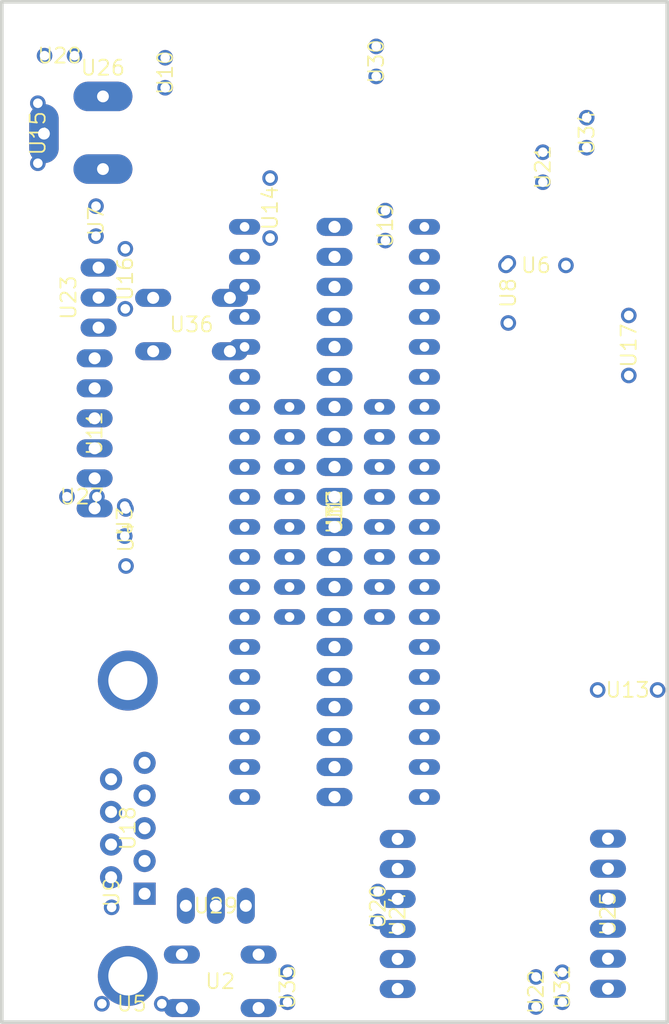
<source format=kicad_pcb>
 ( kicad_pcb  ( version 20171130 )
 ( host pcbnew "(5.1.4-0-10_14)" )
 ( general  ( thickness 1.6 )
 ( drawings 4 )
 ( tracks 0 )
 ( zones 0 )
 ( modules 36 )
 ( nets 71 )
)
 ( page A4 )
 ( layers  ( 0 Top signal )
 ( 31 Bottom signal )
 ( 32 B.Adhes user )
 ( 33 F.Adhes user )
 ( 34 B.Paste user )
 ( 35 F.Paste user )
 ( 36 B.SilkS user )
 ( 37 F.SilkS user )
 ( 38 B.Mask user )
 ( 39 F.Mask user )
 ( 40 Dwgs.User user )
 ( 41 Cmts.User user )
 ( 42 Eco1.User user )
 ( 43 Eco2.User user )
 ( 44 Edge.Cuts user )
 ( 45 Margin user )
 ( 46 B.CrtYd user )
 ( 47 F.CrtYd user )
 ( 48 B.Fab user )
 ( 49 F.Fab user )
)
 ( setup  ( last_trace_width 0.4064 )
 ( trace_clearance 0.2 )
 ( zone_clearance 0.508 )
 ( zone_45_only no )
 ( trace_min 0.2 )
 ( via_size 0.8 )
 ( via_drill 0.4 )
 ( via_min_size 0.4 )
 ( via_min_drill 0.3 )
 ( uvia_size 0.3 )
 ( uvia_drill 0.1 )
 ( uvias_allowed yes )
 ( uvia_min_size 0.2 )
 ( uvia_min_drill 0.1 )
 ( edge_width 0.05 )
 ( segment_width 0.2 )
 ( pcb_text_width 0.3 )
 ( pcb_text_size 1.5 1.5 )
 ( mod_edge_width 0.12 )
 ( mod_text_size 1 1 )
 ( mod_text_width 0.15 )
 ( pad_size 1.524 1.524 )
 ( pad_drill 0.762 )
 ( pad_to_mask_clearance 0.051 )
 ( solder_mask_min_width 0.25 )
 ( aux_axis_origin 0 0 )
 ( visible_elements 7FFFFFFF )
 ( pcbplotparams  ( layerselection 0x010fc_ffffffff )
 ( usegerberextensions false )
 ( usegerberattributes false )
 ( usegerberadvancedattributes false )
 ( creategerberjobfile false )
 ( excludeedgelayer true )
 ( linewidth 0.100000 )
 ( plotframeref false )
 ( viasonmask false )
 ( mode 1 )
 ( useauxorigin false )
 ( hpglpennumber 1 )
 ( hpglpenspeed 20 )
 ( hpglpendiameter 15.000000 )
 ( psnegative false )
 ( psa4output false )
 ( plotreference true )
 ( plotvalue true )
 ( plotinvisibletext false )
 ( padsonsilk false )
 ( subtractmaskfromsilk false )
 ( outputformat 1 )
 ( mirror false )
 ( drillshape 1 )
 ( scaleselection 1 )
 ( outputdirectory "" )
)
)
 ( net 0 "" )
 ( net 1 "Net-(IC3-Pad40)" )
 ( net 2 "Net-(IC3-Pad39)" )
 ( net 3 "Net-(IC3-Pad38)" )
 ( net 4 "Net-(IC3-Pad37)" )
 ( net 5 "Net-(IC3-Pad36)" )
 ( net 6 "Net-(IC3-Pad35)" )
 ( net 7 /MRF_INT )
 ( net 8 "Net-(IC3-Pad33)" )
 ( net 9 /3.3V_SRC )
 ( net 10 GND )
 ( net 11 "Net-(IC3-Pad30)" )
 ( net 12 "Net-(IC3-Pad29)" )
 ( net 13 "Net-(IC3-Pad28)" )
 ( net 14 "Net-(IC3-Pad27)" )
 ( net 15 /N$17 )
 ( net 16 /N$21 )
 ( net 17 /MRF_SDO )
 ( net 18 /MRF_SDI )
 ( net 19 "Net-(IC3-Pad22)" )
 ( net 20 "Net-(IC3-Pad21)" )
 ( net 21 "Net-(IC3-Pad20)" )
 ( net 22 "Net-(IC3-Pad19)" )
 ( net 23 /MRF_SCK )
 ( net 24 /MRF_CS )
 ( net 25 /MRF_WAKE )
 ( net 26 /MRF_RESET )
 ( net 27 /OSC2 )
 ( net 28 /OS1 )
 ( net 29 "Net-(IC3-Pad10)" )
 ( net 30 "Net-(IC3-Pad9)" )
 ( net 31 "Net-(IC3-Pad8)" )
 ( net 32 "Net-(IC3-Pad7)" )
 ( net 33 "Net-(IC3-Pad6)" )
 ( net 34 "Net-(IC3-Pad5)" )
 ( net 35 "Net-(IC3-Pad4)" )
 ( net 36 "Net-(IC3-Pad3)" )
 ( net 37 "Net-(IC3-Pad2)" )
 ( net 38 "Net-(IC3-Pad1)" )
 ( net 39 "Net-(S1-Pad4)" )
 ( net 40 "Net-(S1-Pad2)" )
 ( net 41 "Net-(C6-Pad1)" )
 ( net 42 "Net-(LED3-PadA)" )
 ( net 43 "Net-(R5-Pad1)" )
 ( net 44 "Net-(JP3-Pad6)" )
 ( net 45 "Net-(IC2-Pad14)" )
 ( net 46 "Net-(IC2-Pad13)" )
 ( net 47 "Net-(IC2-Pad12)" )
 ( net 48 "Net-(IC2-Pad11)" )
 ( net 49 "Net-(C5-Pad2)" )
 ( net 50 "Net-(C2-Pad2)" )
 ( net 51 "Net-(C5-Pad1)" )
 ( net 52 "Net-(C4-Pad2)" )
 ( net 53 "Net-(IC2-Pad8)" )
 ( net 54 "Net-(IC2-Pad7)" )
 ( net 55 "Net-(C1-Pad1)" )
 ( net 56 "Net-(C4-Pad1)" )
 ( net 57 "Net-(X1-Pad9)" )
 ( net 58 "Net-(X1-Pad7)" )
 ( net 59 "Net-(X1-Pad1)" )
 ( net 60 "Net-(IC4-Pad1)" )
 ( net 61 "Net-(R8-Pad1)" )
 ( net 62 "Net-(JP4-Pad4)" )
 ( net 63 "Net-(X3-Pad3)" )
 ( net 64 "Net-(LED1-PadA)" )
 ( net 65 "Net-(R2-Pad1)" )
 ( net 66 "Net-(R6-Pad1)" )
 ( net 67 "Net-(LED2-PadA)" )
 ( net 68 "Net-(R1-Pad1)" )
 ( net 69 "Net-(S2-Pad4)" )
 ( net 70 "Net-(S2-Pad2)" )
 ( net_class Default "This is the default net class."  ( clearance 0.2 )
 ( trace_width 0.4064 )
 ( via_dia 0.8 )
 ( via_drill 0.4 )
 ( uvia_dia 0.3 )
 ( uvia_drill 0.1 )
 ( add_net /3.3V_SRC )
 ( add_net /MRF_CS )
 ( add_net /MRF_INT )
 ( add_net /MRF_RESET )
 ( add_net /MRF_SCK )
 ( add_net /MRF_SDI )
 ( add_net /MRF_SDO )
 ( add_net /MRF_WAKE )
 ( add_net /N$17 )
 ( add_net /N$21 )
 ( add_net /OS1 )
 ( add_net /OSC2 )
 ( add_net GND )
 ( add_net "Net-(C1-Pad1)" )
 ( add_net "Net-(C2-Pad2)" )
 ( add_net "Net-(C4-Pad1)" )
 ( add_net "Net-(C4-Pad2)" )
 ( add_net "Net-(C5-Pad1)" )
 ( add_net "Net-(C5-Pad2)" )
 ( add_net "Net-(C6-Pad1)" )
 ( add_net "Net-(IC2-Pad11)" )
 ( add_net "Net-(IC2-Pad12)" )
 ( add_net "Net-(IC2-Pad13)" )
 ( add_net "Net-(IC2-Pad14)" )
 ( add_net "Net-(IC2-Pad7)" )
 ( add_net "Net-(IC2-Pad8)" )
 ( add_net "Net-(IC3-Pad1)" )
 ( add_net "Net-(IC3-Pad10)" )
 ( add_net "Net-(IC3-Pad19)" )
 ( add_net "Net-(IC3-Pad2)" )
 ( add_net "Net-(IC3-Pad20)" )
 ( add_net "Net-(IC3-Pad21)" )
 ( add_net "Net-(IC3-Pad22)" )
 ( add_net "Net-(IC3-Pad27)" )
 ( add_net "Net-(IC3-Pad28)" )
 ( add_net "Net-(IC3-Pad29)" )
 ( add_net "Net-(IC3-Pad3)" )
 ( add_net "Net-(IC3-Pad30)" )
 ( add_net "Net-(IC3-Pad33)" )
 ( add_net "Net-(IC3-Pad35)" )
 ( add_net "Net-(IC3-Pad36)" )
 ( add_net "Net-(IC3-Pad37)" )
 ( add_net "Net-(IC3-Pad38)" )
 ( add_net "Net-(IC3-Pad39)" )
 ( add_net "Net-(IC3-Pad4)" )
 ( add_net "Net-(IC3-Pad40)" )
 ( add_net "Net-(IC3-Pad5)" )
 ( add_net "Net-(IC3-Pad6)" )
 ( add_net "Net-(IC3-Pad7)" )
 ( add_net "Net-(IC3-Pad8)" )
 ( add_net "Net-(IC3-Pad9)" )
 ( add_net "Net-(IC4-Pad1)" )
 ( add_net "Net-(JP3-Pad6)" )
 ( add_net "Net-(JP4-Pad4)" )
 ( add_net "Net-(LED1-PadA)" )
 ( add_net "Net-(LED2-PadA)" )
 ( add_net "Net-(LED3-PadA)" )
 ( add_net "Net-(R1-Pad1)" )
 ( add_net "Net-(R2-Pad1)" )
 ( add_net "Net-(R5-Pad1)" )
 ( add_net "Net-(R6-Pad1)" )
 ( add_net "Net-(R8-Pad1)" )
 ( add_net "Net-(S1-Pad2)" )
 ( add_net "Net-(S1-Pad4)" )
 ( add_net "Net-(S2-Pad2)" )
 ( add_net "Net-(S2-Pad4)" )
 ( add_net "Net-(X1-Pad1)" )
 ( add_net "Net-(X1-Pad7)" )
 ( add_net "Net-(X1-Pad9)" )
 ( add_net "Net-(X3-Pad3)" )
)
 ( module picDevBoard:317TS  ( layer Top )
 ( tedit 5DD22436 )
 ( tstamp 5DC8E7E0 )
 ( at 128.507988 86.863027 90.000000 )
 ( descr "<b>VOLTAGE REGULATOR</b>" )
 ( path /FA55F29D )
 ( fp_text reference U23  ( at 0 -2.54 90 )
 ( layer F.SilkS )
 ( effects  ( font  ( size 1.27 1.27 )
 ( thickness 0.15 )
)
)
)
 ( fp_text value ""  ( at 0 -2.54 90 )
 ( layer F.SilkS )
 ( effects  ( font  ( size 1.27 1.27 )
 ( thickness 0.15 )
)
)
)
 ( fp_poly  ( pts  ( xy -5.4 -2.54 )
 ( xy -5.4 1.96 )
 ( xy 5.2 1.96 )
 ( xy 5.2 -2.54 )
)
 ( layer F.CrtYd )
 ( width 0.1 )
)
 ( fp_poly  ( pts  ( xy -3.4 -1.54 )
 ( xy -3.4 1.56 )
 ( xy 3.4 1.56 )
 ( xy 3.4 -1.54 )
)
 ( layer B.CrtYd )
 ( width 0.1 )
)
 ( pad 3 thru_hole oval  ( at 2.54 0 180.000000 )
 ( size 3.048 1.524 )
 ( drill 1.016 )
 ( layers *.Cu *.Mask )
 ( net 41 "Net-(C6-Pad1)" )
 ( solder_mask_margin 0.1016 )
)
 ( pad 2 thru_hole oval  ( at 0 0 180.000000 )
 ( size 3.048 1.524 )
 ( drill 1.016 )
 ( layers *.Cu *.Mask )
 ( net 9 /3.3V_SRC )
 ( solder_mask_margin 0.1016 )
)
 ( pad 1 thru_hole oval  ( at -2.54 0 180.000000 )
 ( size 3.048 1.524 )
 ( drill 1.016 )
 ( layers *.Cu *.Mask )
 ( net 60 "Net-(IC4-Pad1)" )
 ( solder_mask_margin 0.1016 )
)
)
 ( module picDevBoard:733980-62 locked  ( layer Top )
 ( tedit 5DD23BA9 )
 ( tstamp 5DC8E86D )
 ( at 128.879600 69.951600 180.000000 )
 ( descr "<b>DC POWER JACK</b><p>\nDC20-09 (2.0 mm Center Pin)<br>\nDC25-09 (2.5 mm Center Pin)<br>\nSource: http://www2.produktinfo.conrad.com/datenblaetter/725000-749999/733980-da-01-en-Printbuchse_mit_Schaltkontakt_2mm.pdf" )
 ( path /D0EFEB30 )
 ( fp_text reference U26  ( at 0 2.54 180 )
 ( layer F.SilkS )
 ( effects  ( font  ( size 1.27 1.27 )
 ( thickness 0.15 )
)
)
)
 ( fp_text value ""  ( at 0 2.54 180 )
 ( layer F.SilkS )
 ( effects  ( font  ( size 1.27 1.27 )
 ( thickness 0.15 )
)
)
)
 ( fp_poly  ( pts  ( xy -4.4 -6.26 )
 ( xy 4.4 -6.26 )
 ( xy 4.4 7.64 )
 ( xy -4.4 7.64 )
)
 ( layer F.CrtYd )
 ( width 0.1 )
)
 ( pad 3 thru_hole oval  ( at 5 -3.03 270.000000 )
 ( size 5 2.5 )
 ( drill 1 )
 ( layers *.Cu *.Mask )
 ( net 63 "Net-(X3-Pad3)" )
 ( solder_mask_margin 0.1016 )
)
 ( pad 1 thru_hole oval  ( at 0 -6.03 180.000000 )
 ( size 5 2.5 )
 ( drill 1 )
 ( layers *.Cu *.Mask )
 ( net 10 GND )
 ( solder_mask_margin 0.1016 )
)
 ( pad 2 thru_hole oval  ( at 0 0.12 180.000000 )
 ( size 5 2.5 )
 ( drill 1 )
 ( layers *.Cu *.Mask )
 ( net 41 "Net-(C6-Pad1)" )
 ( solder_mask_margin 0.1016 )
)
)
 ( module picDevBoard:DB9 locked  ( layer Top )
 ( tedit 5DD22E40 )
 ( tstamp 5DC8E78D )
 ( at 127.812800 131.775200 90.000000 )
 ( descr <b>SUB-D</b> )
 ( path /8679BB61 )
 ( fp_text reference U18  ( at 0 3.175 90 )
 ( layer F.SilkS )
 ( effects  ( font  ( size 1.27 1.27 )
 ( thickness 0.15 )
)
)
)
 ( fp_text value ""  ( at 0 3.175 90 )
 ( layer F.SilkS )
 ( effects  ( font  ( size 1.27 1.27 )
 ( thickness 0.15 )
)
)
)
 ( fp_poly  ( pts  ( xy -15.6 -6.525 )
 ( xy 15.6 -6.525 )
 ( xy 15.6 6.175 )
 ( xy -15.6 6.175 )
)
 ( layer F.CrtYd )
 ( width 0.1 )
)
 ( pad G2 thru_hole circle  ( at 12.5 3.175 90.000000 )
 ( size 5.08 5.08 )
 ( drill 3.302 )
 ( layers *.Cu *.Mask )
 ( solder_mask_margin 0.1016 )
)
 ( pad G1 thru_hole circle  ( at -12.5 3.175 90.000000 )
 ( size 5.08 5.08 )
 ( drill 3.302 )
 ( layers *.Cu *.Mask )
 ( solder_mask_margin 0.1016 )
)
 ( pad 9 thru_hole circle  ( at 4.15 1.755 90.000000 )
 ( size 1.8796 1.8796 )
 ( drill 1.016 )
 ( layers *.Cu *.Mask )
 ( net 57 "Net-(X1-Pad9)" )
 ( solder_mask_margin 0.1016 )
)
 ( pad 8 thru_hole circle  ( at 1.38 1.755 90.000000 )
 ( size 1.8796 1.8796 )
 ( drill 1.016 )
 ( layers *.Cu *.Mask )
 ( net 58 "Net-(X1-Pad7)" )
 ( solder_mask_margin 0.1016 )
)
 ( pad 7 thru_hole circle  ( at -1.38 1.755 90.000000 )
 ( size 1.8796 1.8796 )
 ( drill 1.016 )
 ( layers *.Cu *.Mask )
 ( net 58 "Net-(X1-Pad7)" )
 ( solder_mask_margin 0.1016 )
)
 ( pad 6 thru_hole circle  ( at -4.15 1.755 90.000000 )
 ( size 1.8796 1.8796 )
 ( drill 1.016 )
 ( layers *.Cu *.Mask )
 ( net 59 "Net-(X1-Pad1)" )
 ( solder_mask_margin 0.1016 )
)
 ( pad 5 thru_hole circle  ( at 5.54 4.595 90.000000 )
 ( size 1.8796 1.8796 )
 ( drill 1.016 )
 ( layers *.Cu *.Mask )
 ( net 10 GND )
 ( solder_mask_margin 0.1016 )
)
 ( pad 4 thru_hole circle  ( at 2.77 4.595 90.000000 )
 ( size 1.8796 1.8796 )
 ( drill 1.016 )
 ( layers *.Cu *.Mask )
 ( net 59 "Net-(X1-Pad1)" )
 ( solder_mask_margin 0.1016 )
)
 ( pad 3 thru_hole circle  ( at 0 4.595 90.000000 )
 ( size 1.8796 1.8796 )
 ( drill 1.016 )
 ( layers *.Cu *.Mask )
 ( net 53 "Net-(IC2-Pad8)" )
 ( solder_mask_margin 0.1016 )
)
 ( pad 2 thru_hole circle  ( at -2.77 4.595 90.000000 )
 ( size 1.8796 1.8796 )
 ( drill 1.016 )
 ( layers *.Cu *.Mask )
 ( net 54 "Net-(IC2-Pad7)" )
 ( solder_mask_margin 0.1016 )
)
 ( pad 1 thru_hole rect  ( at -5.54 4.595 90.000000 )
 ( size 1.8796 1.8796 )
 ( drill 1.016 )
 ( layers *.Cu *.Mask )
 ( net 59 "Net-(X1-Pad1)" )
 ( solder_mask_margin 0.1016 )
)
)
 ( module picDevBoard:DIL40  ( layer Top )
 ( tedit 5DD232E6 )
 ( tstamp 5DC8E5C7 )
 ( at 148.501100 105.003600 270.000000 )
 ( descr "<B>Dual In Line</B><p>\npackage type P" )
 ( path /B686635D )
 ( fp_text reference U1  ( at 0 0 270 )
 ( layer F.SilkS )
 ( effects  ( font  ( size 1.27 1.27 )
 ( thickness 0.15 )
)
)
)
 ( fp_text value ""  ( at 0 0 270 )
 ( layer F.SilkS )
 ( effects  ( font  ( size 1.27 1.27 )
 ( thickness 0.15 )
)
)
)
 ( fp_poly  ( pts  ( xy -25.5 -9 )
 ( xy 25.5 -9 )
 ( xy 25.5 9 )
 ( xy -25.5 9 )
)
 ( layer F.CrtYd )
 ( width 0.1 )
)
 ( pad 40 thru_hole oval  ( at -24.13 -7.62 )
 ( size 2.6416 1.3208 )
 ( drill 0.8128 )
 ( layers *.Cu *.Mask )
 ( net 1 "Net-(IC3-Pad40)" )
 ( solder_mask_margin 0.1016 )
)
 ( pad 39 thru_hole oval  ( at -21.59 -7.62 )
 ( size 2.6416 1.3208 )
 ( drill 0.8128 )
 ( layers *.Cu *.Mask )
 ( net 2 "Net-(IC3-Pad39)" )
 ( solder_mask_margin 0.1016 )
)
 ( pad 38 thru_hole oval  ( at -19.05 -7.62 )
 ( size 2.6416 1.3208 )
 ( drill 0.8128 )
 ( layers *.Cu *.Mask )
 ( net 3 "Net-(IC3-Pad38)" )
 ( solder_mask_margin 0.1016 )
)
 ( pad 37 thru_hole oval  ( at -16.51 -7.62 )
 ( size 2.6416 1.3208 )
 ( drill 0.8128 )
 ( layers *.Cu *.Mask )
 ( net 4 "Net-(IC3-Pad37)" )
 ( solder_mask_margin 0.1016 )
)
 ( pad 36 thru_hole oval  ( at -13.97 -7.62 )
 ( size 2.6416 1.3208 )
 ( drill 0.8128 )
 ( layers *.Cu *.Mask )
 ( net 5 "Net-(IC3-Pad36)" )
 ( solder_mask_margin 0.1016 )
)
 ( pad 35 thru_hole oval  ( at -11.43 -7.62 )
 ( size 2.6416 1.3208 )
 ( drill 0.8128 )
 ( layers *.Cu *.Mask )
 ( net 6 "Net-(IC3-Pad35)" )
 ( solder_mask_margin 0.1016 )
)
 ( pad 34 thru_hole oval  ( at -8.89 -7.62 )
 ( size 2.6416 1.3208 )
 ( drill 0.8128 )
 ( layers *.Cu *.Mask )
 ( net 7 /MRF_INT )
 ( solder_mask_margin 0.1016 )
)
 ( pad 33 thru_hole oval  ( at -6.35 -7.62 )
 ( size 2.6416 1.3208 )
 ( drill 0.8128 )
 ( layers *.Cu *.Mask )
 ( net 8 "Net-(IC3-Pad33)" )
 ( solder_mask_margin 0.1016 )
)
 ( pad 32 thru_hole oval  ( at -3.81 -7.62 )
 ( size 2.6416 1.3208 )
 ( drill 0.8128 )
 ( layers *.Cu *.Mask )
 ( net 9 /3.3V_SRC )
 ( solder_mask_margin 0.1016 )
)
 ( pad 31 thru_hole oval  ( at -1.27 -7.62 )
 ( size 2.6416 1.3208 )
 ( drill 0.8128 )
 ( layers *.Cu *.Mask )
 ( net 10 GND )
 ( solder_mask_margin 0.1016 )
)
 ( pad 30 thru_hole oval  ( at 1.27 -7.62 )
 ( size 2.6416 1.3208 )
 ( drill 0.8128 )
 ( layers *.Cu *.Mask )
 ( net 11 "Net-(IC3-Pad30)" )
 ( solder_mask_margin 0.1016 )
)
 ( pad 29 thru_hole oval  ( at 3.81 -7.62 )
 ( size 2.6416 1.3208 )
 ( drill 0.8128 )
 ( layers *.Cu *.Mask )
 ( net 12 "Net-(IC3-Pad29)" )
 ( solder_mask_margin 0.1016 )
)
 ( pad 28 thru_hole oval  ( at 6.35 -7.62 )
 ( size 2.6416 1.3208 )
 ( drill 0.8128 )
 ( layers *.Cu *.Mask )
 ( net 13 "Net-(IC3-Pad28)" )
 ( solder_mask_margin 0.1016 )
)
 ( pad 27 thru_hole oval  ( at 8.89 -7.62 )
 ( size 2.6416 1.3208 )
 ( drill 0.8128 )
 ( layers *.Cu *.Mask )
 ( net 14 "Net-(IC3-Pad27)" )
 ( solder_mask_margin 0.1016 )
)
 ( pad 26 thru_hole oval  ( at 11.43 -7.62 )
 ( size 2.6416 1.3208 )
 ( drill 0.8128 )
 ( layers *.Cu *.Mask )
 ( net 15 /N$17 )
 ( solder_mask_margin 0.1016 )
)
 ( pad 25 thru_hole oval  ( at 13.97 -7.62 )
 ( size 2.6416 1.3208 )
 ( drill 0.8128 )
 ( layers *.Cu *.Mask )
 ( net 16 /N$21 )
 ( solder_mask_margin 0.1016 )
)
 ( pad 24 thru_hole oval  ( at 16.51 -7.62 )
 ( size 2.6416 1.3208 )
 ( drill 0.8128 )
 ( layers *.Cu *.Mask )
 ( net 17 /MRF_SDO )
 ( solder_mask_margin 0.1016 )
)
 ( pad 23 thru_hole oval  ( at 19.05 -7.62 )
 ( size 2.6416 1.3208 )
 ( drill 0.8128 )
 ( layers *.Cu *.Mask )
 ( net 18 /MRF_SDI )
 ( solder_mask_margin 0.1016 )
)
 ( pad 22 thru_hole oval  ( at 21.59 -7.62 )
 ( size 2.6416 1.3208 )
 ( drill 0.8128 )
 ( layers *.Cu *.Mask )
 ( net 19 "Net-(IC3-Pad22)" )
 ( solder_mask_margin 0.1016 )
)
 ( pad 21 thru_hole oval  ( at 24.13 -7.62 )
 ( size 2.6416 1.3208 )
 ( drill 0.8128 )
 ( layers *.Cu *.Mask )
 ( net 20 "Net-(IC3-Pad21)" )
 ( solder_mask_margin 0.1016 )
)
 ( pad 20 thru_hole oval  ( at 24.13 7.62 )
 ( size 2.6416 1.3208 )
 ( drill 0.8128 )
 ( layers *.Cu *.Mask )
 ( net 21 "Net-(IC3-Pad20)" )
 ( solder_mask_margin 0.1016 )
)
 ( pad 19 thru_hole oval  ( at 21.59 7.62 )
 ( size 2.6416 1.3208 )
 ( drill 0.8128 )
 ( layers *.Cu *.Mask )
 ( net 22 "Net-(IC3-Pad19)" )
 ( solder_mask_margin 0.1016 )
)
 ( pad 18 thru_hole oval  ( at 19.05 7.62 )
 ( size 2.6416 1.3208 )
 ( drill 0.8128 )
 ( layers *.Cu *.Mask )
 ( net 23 /MRF_SCK )
 ( solder_mask_margin 0.1016 )
)
 ( pad 17 thru_hole oval  ( at 16.51 7.62 )
 ( size 2.6416 1.3208 )
 ( drill 0.8128 )
 ( layers *.Cu *.Mask )
 ( net 24 /MRF_CS )
 ( solder_mask_margin 0.1016 )
)
 ( pad 16 thru_hole oval  ( at 13.97 7.62 )
 ( size 2.6416 1.3208 )
 ( drill 0.8128 )
 ( layers *.Cu *.Mask )
 ( net 25 /MRF_WAKE )
 ( solder_mask_margin 0.1016 )
)
 ( pad 15 thru_hole oval  ( at 11.43 7.62 )
 ( size 2.6416 1.3208 )
 ( drill 0.8128 )
 ( layers *.Cu *.Mask )
 ( net 26 /MRF_RESET )
 ( solder_mask_margin 0.1016 )
)
 ( pad 14 thru_hole oval  ( at 8.89 7.62 )
 ( size 2.6416 1.3208 )
 ( drill 0.8128 )
 ( layers *.Cu *.Mask )
 ( net 27 /OSC2 )
 ( solder_mask_margin 0.1016 )
)
 ( pad 13 thru_hole oval  ( at 6.35 7.62 )
 ( size 2.6416 1.3208 )
 ( drill 0.8128 )
 ( layers *.Cu *.Mask )
 ( net 28 /OS1 )
 ( solder_mask_margin 0.1016 )
)
 ( pad 12 thru_hole oval  ( at 3.81 7.62 )
 ( size 2.6416 1.3208 )
 ( drill 0.8128 )
 ( layers *.Cu *.Mask )
 ( net 10 GND )
 ( solder_mask_margin 0.1016 )
)
 ( pad 11 thru_hole oval  ( at 1.27 7.62 )
 ( size 2.6416 1.3208 )
 ( drill 0.8128 )
 ( layers *.Cu *.Mask )
 ( net 9 /3.3V_SRC )
 ( solder_mask_margin 0.1016 )
)
 ( pad 10 thru_hole oval  ( at -1.27 7.62 )
 ( size 2.6416 1.3208 )
 ( drill 0.8128 )
 ( layers *.Cu *.Mask )
 ( net 29 "Net-(IC3-Pad10)" )
 ( solder_mask_margin 0.1016 )
)
 ( pad 9 thru_hole oval  ( at -3.81 7.62 )
 ( size 2.6416 1.3208 )
 ( drill 0.8128 )
 ( layers *.Cu *.Mask )
 ( net 30 "Net-(IC3-Pad9)" )
 ( solder_mask_margin 0.1016 )
)
 ( pad 8 thru_hole oval  ( at -6.35 7.62 )
 ( size 2.6416 1.3208 )
 ( drill 0.8128 )
 ( layers *.Cu *.Mask )
 ( net 31 "Net-(IC3-Pad8)" )
 ( solder_mask_margin 0.1016 )
)
 ( pad 7 thru_hole oval  ( at -8.89 7.62 )
 ( size 2.6416 1.3208 )
 ( drill 0.8128 )
 ( layers *.Cu *.Mask )
 ( net 32 "Net-(IC3-Pad7)" )
 ( solder_mask_margin 0.1016 )
)
 ( pad 6 thru_hole oval  ( at -11.43 7.62 )
 ( size 2.6416 1.3208 )
 ( drill 0.8128 )
 ( layers *.Cu *.Mask )
 ( net 33 "Net-(IC3-Pad6)" )
 ( solder_mask_margin 0.1016 )
)
 ( pad 5 thru_hole oval  ( at -13.97 7.62 )
 ( size 2.6416 1.3208 )
 ( drill 0.8128 )
 ( layers *.Cu *.Mask )
 ( net 34 "Net-(IC3-Pad5)" )
 ( solder_mask_margin 0.1016 )
)
 ( pad 4 thru_hole oval  ( at -16.51 7.62 )
 ( size 2.6416 1.3208 )
 ( drill 0.8128 )
 ( layers *.Cu *.Mask )
 ( net 35 "Net-(IC3-Pad4)" )
 ( solder_mask_margin 0.1016 )
)
 ( pad 3 thru_hole oval  ( at -19.05 7.62 )
 ( size 2.6416 1.3208 )
 ( drill 0.8128 )
 ( layers *.Cu *.Mask )
 ( net 36 "Net-(IC3-Pad3)" )
 ( solder_mask_margin 0.1016 )
)
 ( pad 2 thru_hole oval  ( at -21.59 7.62 )
 ( size 2.6416 1.3208 )
 ( drill 0.8128 )
 ( layers *.Cu *.Mask )
 ( net 37 "Net-(IC3-Pad2)" )
 ( solder_mask_margin 0.1016 )
)
 ( pad 1 thru_hole oval  ( at -24.13 7.62 )
 ( size 2.6416 1.3208 )
 ( drill 0.8128 )
 ( layers *.Cu *.Mask )
 ( net 38 "Net-(IC3-Pad1)" )
 ( solder_mask_margin 0.1016 )
)
)
 ( module picDevBoard:B3F-10XX  ( layer Top )
 ( tedit 5DD22839 )
 ( tstamp 5DC8E5F8 )
 ( at 138.819001 144.731200 )
 ( descr "<b>OMRON SWITCH</b>" )
 ( path /788C9994 )
 ( fp_text reference U2  ( at 0 0 )
 ( layer F.SilkS )
 ( effects  ( font  ( size 1.27 1.27 )
 ( thickness 0.15 )
)
)
)
 ( fp_text value ""  ( at 0 0 )
 ( layer F.SilkS )
 ( effects  ( font  ( size 1.27 1.27 )
 ( thickness 0.15 )
)
)
)
 ( fp_poly  ( pts  ( xy -3.4 -3.2 )
 ( xy 3.4 -3.2 )
 ( xy 3.4 3.2 )
 ( xy -3.4 3.2 )
)
 ( layer F.CrtYd )
 ( width 0.1 )
)
 ( pad 4 thru_hole oval  ( at 3.2512 2.2606 )
 ( size 3.048 1.524 )
 ( drill 1.016 )
 ( layers *.Cu *.Mask )
 ( net 39 "Net-(S1-Pad4)" )
 ( solder_mask_margin 0.1016 )
)
 ( pad 2 thru_hole oval  ( at 3.2512 -2.2606 )
 ( size 3.048 1.524 )
 ( drill 1.016 )
 ( layers *.Cu *.Mask )
 ( net 40 "Net-(S1-Pad2)" )
 ( solder_mask_margin 0.1016 )
)
 ( pad 3 thru_hole oval  ( at -3.2512 2.2606 )
 ( size 3.048 1.524 )
 ( drill 1.016 )
 ( layers *.Cu *.Mask )
 ( net 38 "Net-(IC3-Pad1)" )
 ( solder_mask_margin 0.1016 )
)
 ( pad 1 thru_hole oval  ( at -3.2512 -2.2606 )
 ( size 3.048 1.524 )
 ( drill 1.016 )
 ( layers *.Cu *.Mask )
 ( net 10 GND )
 ( solder_mask_margin 0.1016 )
)
)
 ( module picDevBoard:C025-024X044  ( layer Top )
 ( tedit 5DD22892 )
 ( tstamp 5DC8E635 )
 ( at 130.725683 105.779333 270.000000 )
 ( descr "<b>CAPACITOR</b><p>\ngrid 2.5 mm, outline 2.4 x 4.4 mm" )
 ( path /2F4B506D )
 ( fp_text reference U3  ( at 0 0 270 )
 ( layer F.SilkS )
 ( effects  ( font  ( size 1.27 1.27 )
 ( thickness 0.15 )
)
)
)
 ( fp_text value ""  ( at 0 0 270 )
 ( layer F.SilkS )
 ( effects  ( font  ( size 1.27 1.27 )
 ( thickness 0.15 )
)
)
)
 ( fp_poly  ( pts  ( xy -2.3 -1.3 )
 ( xy 2.3 -1.3 )
 ( xy 2.3 1.3 )
 ( xy -2.3 1.3 )
)
 ( layer F.CrtYd )
 ( width 0.1 )
)
 ( pad 2 thru_hole circle  ( at 1.27 0 270.000000 )
 ( size 1.3208 1.3208 )
 ( drill 0.8128 )
 ( layers *.Cu *.Mask )
 ( net 10 GND )
 ( solder_mask_margin 0.1016 )
)
 ( pad 1 thru_hole circle  ( at -1.27 0 270.000000 )
 ( size 1.3208 1.3208 )
 ( drill 0.8128 )
 ( layers *.Cu *.Mask )
 ( net 9 /3.3V_SRC )
 ( solder_mask_margin 0.1016 )
)
)
 ( module picDevBoard:HC49_S  ( layer Top )
 ( tedit 5DD2361A )
 ( tstamp 5DC8E646 )
 ( at 130.831971 107.164465 270.000000 )
 ( descr <b>CRYSTAL</b> )
 ( path /22BC07EB )
 ( fp_text reference U4  ( at 0 0 270 )
 ( layer F.SilkS )
 ( effects  ( font  ( size 1.27 1.27 )
 ( thickness 0.15 )
)
)
)
 ( fp_text value ""  ( at 0 0 270 )
 ( layer F.SilkS )
 ( effects  ( font  ( size 1.27 1.27 )
 ( thickness 0.15 )
)
)
)
 ( fp_poly  ( pts  ( xy -5.6 -2.6 )
 ( xy 5.6 -2.6 )
 ( xy 5.6 2.6 )
 ( xy -5.6 2.6 )
)
 ( layer F.CrtYd )
 ( width 0.1 )
)
 ( pad 1 thru_hole circle  ( at -2.413 0 270.000000 )
 ( size 1.3208 1.3208 )
 ( drill 0.8128 )
 ( layers *.Cu *.Mask )
 ( net 28 /OS1 )
 ( solder_mask_margin 0.1016 )
)
 ( pad 2 thru_hole circle  ( at 2.413 0 270.000000 )
 ( size 1.3208 1.3208 )
 ( drill 0.8128 )
 ( layers *.Cu *.Mask )
 ( net 27 /OSC2 )
 ( solder_mask_margin 0.1016 )
)
)
 ( module picDevBoard:C050-024X044  ( layer Top )
 ( tedit 5DD22909 )
 ( tstamp 5DC8E662 )
 ( at 131.327616 146.631200 180.000000 )
 ( descr "<b>CAPACITOR</b><p>\ngrid 5 mm, outline 2.4 x 4.4 mm" )
 ( path /E6471815 )
 ( fp_text reference U5  ( at 0 0 180 )
 ( layer F.SilkS )
 ( effects  ( font  ( size 1.27 1.27 )
 ( thickness 0.15 )
)
)
)
 ( fp_text value ""  ( at 0 0 180 )
 ( layer F.SilkS )
 ( effects  ( font  ( size 1.27 1.27 )
 ( thickness 0.15 )
)
)
)
 ( fp_poly  ( pts  ( xy -2.3 -1.3 )
 ( xy -2.3 1.3 )
 ( xy 2.3 1.3 )
 ( xy 2.3 -1.3 )
)
 ( layer F.CrtYd )
 ( width 0.1 )
)
 ( pad 2 thru_hole circle  ( at 2.54 0 180.000000 )
 ( size 1.3208 1.3208 )
 ( drill 0.8128 )
 ( layers *.Cu *.Mask )
 ( net 10 GND )
 ( solder_mask_margin 0.1016 )
)
 ( pad 1 thru_hole circle  ( at -2.54 0 180.000000 )
 ( size 1.3208 1.3208 )
 ( drill 0.8128 )
 ( layers *.Cu *.Mask )
 ( net 28 /OS1 )
 ( solder_mask_margin 0.1016 )
)
)
 ( module picDevBoard:C050-024X044  ( layer Top )
 ( tedit 5DD22909 )
 ( tstamp 5DC8E677 )
 ( at 165.573455 84.134419 180.000000 )
 ( descr "<b>CAPACITOR</b><p>\ngrid 5 mm, outline 2.4 x 4.4 mm" )
 ( path /DC2BCD37 )
 ( fp_text reference U6  ( at 0 0 180 )
 ( layer F.SilkS )
 ( effects  ( font  ( size 1.27 1.27 )
 ( thickness 0.15 )
)
)
)
 ( fp_text value ""  ( at 0 0 180 )
 ( layer F.SilkS )
 ( effects  ( font  ( size 1.27 1.27 )
 ( thickness 0.15 )
)
)
)
 ( fp_poly  ( pts  ( xy -2.3 -1.3 )
 ( xy -2.3 1.3 )
 ( xy 2.3 1.3 )
 ( xy 2.3 -1.3 )
)
 ( layer F.CrtYd )
 ( width 0.1 )
)
 ( pad 2 thru_hole circle  ( at 2.54 0 180.000000 )
 ( size 1.3208 1.3208 )
 ( drill 0.8128 )
 ( layers *.Cu *.Mask )
 ( net 10 GND )
 ( solder_mask_margin 0.1016 )
)
 ( pad 1 thru_hole circle  ( at -2.54 0 180.000000 )
 ( size 1.3208 1.3208 )
 ( drill 0.8128 )
 ( layers *.Cu *.Mask )
 ( net 27 /OSC2 )
 ( solder_mask_margin 0.1016 )
)
)
 ( module picDevBoard:V526-0  ( layer Top )
 ( tedit 5DD23A48 )
 ( tstamp 5DC8E68C )
 ( at 128.289084 80.391554 270.000000 )
 ( descr "<b>RESISTOR</b><p>\ntype V526-0, grid 2.5 mm" )
 ( path /BA9F59F4 )
 ( fp_text reference U7  ( at 0 0 270 )
 ( layer F.SilkS )
 ( effects  ( font  ( size 1.27 1.27 )
 ( thickness 0.15 )
)
)
)
 ( fp_text value ""  ( at 0 0 270 )
 ( layer F.SilkS )
 ( effects  ( font  ( size 1.27 1.27 )
 ( thickness 0.15 )
)
)
)
 ( fp_poly  ( pts  ( xy -2.7 -1.1 )
 ( xy 2.7 -1.1 )
 ( xy 2.7 1.1 )
 ( xy -2.7 1.1 )
)
 ( layer F.CrtYd )
 ( width 0.1 )
)
 ( pad 2 thru_hole circle  ( at 1.27 0 270.000000 )
 ( size 1.3208 1.3208 )
 ( drill 0.8128 )
 ( layers *.Cu *.Mask )
 ( net 38 "Net-(IC3-Pad1)" )
 ( solder_mask_margin 0.1016 )
)
 ( pad 1 thru_hole circle  ( at -1.27 0 270.000000 )
 ( size 1.3208 1.3208 )
 ( drill 0.8128 )
 ( layers *.Cu *.Mask )
 ( net 9 /3.3V_SRC )
 ( solder_mask_margin 0.1016 )
)
)
 ( module picDevBoard:C050-025X075  ( layer Top )
 ( tedit 5DD22973 )
 ( tstamp 5DC8E699 )
 ( at 163.227328 86.468298 270.000000 )
 ( descr "<b>CAPACITOR</b><p>\ngrid 5 mm, outline 2.5 x 7.5 mm" )
 ( path /6DF0E31E )
 ( fp_text reference U8  ( at 0 0 270 )
 ( layer F.SilkS )
 ( effects  ( font  ( size 1.27 1.27 )
 ( thickness 0.15 )
)
)
)
 ( fp_text value ""  ( at 0 0 270 )
 ( layer F.SilkS )
 ( effects  ( font  ( size 1.27 1.27 )
 ( thickness 0.15 )
)
)
)
 ( fp_poly  ( pts  ( xy -3.8 -1.4 )
 ( xy 3.8 -1.4 )
 ( xy 3.8 1.4 )
 ( xy -3.8 1.4 )
)
 ( layer F.CrtYd )
 ( width 0.1 )
)
 ( pad 2 thru_hole circle  ( at 2.54 0 270.000000 )
 ( size 1.3208 1.3208 )
 ( drill 0.8128 )
 ( layers *.Cu *.Mask )
 ( net 10 GND )
 ( solder_mask_margin 0.1016 )
)
 ( pad 1 thru_hole circle  ( at -2.54 0 270.000000 )
 ( size 1.3208 1.3208 )
 ( drill 0.8128 )
 ( layers *.Cu *.Mask )
 ( net 41 "Net-(C6-Pad1)" )
 ( solder_mask_margin 0.1016 )
)
)
 ( module picDevBoard:LED3MM  ( layer Top )
 ( tedit 5DD2369D )
 ( tstamp 5DC8E6AC )
 ( at 129.614855 137.200669 270.000000 )
 ( descr "<B>LED</B><p>\n3 mm, round" )
 ( path /E9052FDA )
 ( fp_text reference U9  ( at 0 0 270 )
 ( layer F.SilkS )
 ( effects  ( font  ( size 1.27 1.27 )
 ( thickness 0.15 )
)
)
)
 ( fp_text value ""  ( at 0 0 270 )
 ( layer F.SilkS )
 ( effects  ( font  ( size 1.27 1.27 )
 ( thickness 0.15 )
)
)
)
 ( fp_poly  ( pts  ( xy -2.2 -2.2 )
 ( xy 2 -2.2 )
 ( xy 2 2.3 )
 ( xy -2.2 2.3 )
)
 ( layer F.CrtYd )
 ( width 0.1 )
)
 ( pad K thru_hole circle  ( at 1.27 0 270.000000 )
 ( size 1.3208 1.3208 )
 ( drill 0.8128 )
 ( layers *.Cu *.Mask )
 ( net 10 GND )
 ( solder_mask_margin 0.1016 )
)
 ( pad A thru_hole circle  ( at -1.27 0 270.000000 )
 ( size 1.3208 1.3208 )
 ( drill 0.8128 )
 ( layers *.Cu *.Mask )
 ( net 42 "Net-(LED3-PadA)" )
 ( solder_mask_margin 0.1016 )
)
)
 ( module picDevBoard:V526-0  ( layer Top )
 ( tedit 5DD23A48 )
 ( tstamp 5DC8E6C4 )
 ( at 134.153272 67.828514 270.000000 )
 ( descr "<b>RESISTOR</b><p>\ntype V526-0, grid 2.5 mm" )
 ( path /1A59B195 )
 ( fp_text reference U10  ( at 0 0 270 )
 ( layer F.SilkS )
 ( effects  ( font  ( size 1.27 1.27 )
 ( thickness 0.15 )
)
)
)
 ( fp_text value ""  ( at 0 0 270 )
 ( layer F.SilkS )
 ( effects  ( font  ( size 1.27 1.27 )
 ( thickness 0.15 )
)
)
)
 ( fp_poly  ( pts  ( xy -2.7 -1.1 )
 ( xy 2.7 -1.1 )
 ( xy 2.7 1.1 )
 ( xy -2.7 1.1 )
)
 ( layer F.CrtYd )
 ( width 0.1 )
)
 ( pad 2 thru_hole circle  ( at 1.27 0 270.000000 )
 ( size 1.3208 1.3208 )
 ( drill 0.8128 )
 ( layers *.Cu *.Mask )
 ( net 42 "Net-(LED3-PadA)" )
 ( solder_mask_margin 0.1016 )
)
 ( pad 1 thru_hole circle  ( at -1.27 0 270.000000 )
 ( size 1.3208 1.3208 )
 ( drill 0.8128 )
 ( layers *.Cu *.Mask )
 ( net 43 "Net-(R5-Pad1)" )
 ( solder_mask_margin 0.1016 )
)
)
 ( module picDevBoard:1X06  ( layer Top )
 ( tedit 5DD23AD1 )
 ( tstamp 5DC8E6D1 )
 ( at 128.172931 98.348417 90.000000 )
 ( descr "<b>PIN HEADER</b>" )
 ( path /8182258E )
 ( fp_text reference U11  ( at 0 0 90 )
 ( layer F.SilkS )
 ( effects  ( font  ( size 1.27 1.27 )
 ( thickness 0.15 )
)
)
)
 ( fp_text value ""  ( at 0 0 90 )
 ( layer F.SilkS )
 ( effects  ( font  ( size 1.27 1.27 )
 ( thickness 0.15 )
)
)
)
 ( fp_poly  ( pts  ( xy -7.5 -1.7 )
 ( xy 7.5 -1.7 )
 ( xy 7.5 1.7 )
 ( xy -7.5 1.7 )
)
 ( layer B.CrtYd )
 ( width 0.1 )
)
 ( fp_poly  ( pts  ( xy -7.5 -1.7 )
 ( xy 7.5 -1.7 )
 ( xy 7.5 1.7 )
 ( xy -7.5 1.7 )
)
 ( layer F.CrtYd )
 ( width 0.1 )
)
 ( pad 6 thru_hole oval  ( at 6.35 0 180.000000 )
 ( size 3.048 1.524 )
 ( drill 1.016 )
 ( layers *.Cu *.Mask )
 ( net 44 "Net-(JP3-Pad6)" )
 ( solder_mask_margin 0.1016 )
)
 ( pad 5 thru_hole oval  ( at 3.81 0 180.000000 )
 ( size 3.048 1.524 )
 ( drill 1.016 )
 ( layers *.Cu *.Mask )
 ( net 2 "Net-(IC3-Pad39)" )
 ( solder_mask_margin 0.1016 )
)
 ( pad 4 thru_hole oval  ( at 1.27 0 180.000000 )
 ( size 3.048 1.524 )
 ( drill 1.016 )
 ( layers *.Cu *.Mask )
 ( net 1 "Net-(IC3-Pad40)" )
 ( solder_mask_margin 0.1016 )
)
 ( pad 3 thru_hole oval  ( at -1.27 0 180.000000 )
 ( size 3.048 1.524 )
 ( drill 1.016 )
 ( layers *.Cu *.Mask )
 ( net 10 GND )
 ( solder_mask_margin 0.1016 )
)
 ( pad 2 thru_hole oval  ( at -3.81 0 180.000000 )
 ( size 3.048 1.524 )
 ( drill 1.016 )
 ( layers *.Cu *.Mask )
 ( net 9 /3.3V_SRC )
 ( solder_mask_margin 0.1016 )
)
 ( pad 1 thru_hole oval  ( at -6.35 0 180.000000 )
 ( size 3.048 1.524 )
 ( drill 1.016 )
 ( layers *.Cu *.Mask )
 ( net 38 "Net-(IC3-Pad1)" )
 ( solder_mask_margin 0.1016 )
)
)
 ( module picDevBoard:DIL16  ( layer Top )
 ( tedit 5DD2332E )
 ( tstamp 5DC8E70B )
 ( at 148.501100 105.003600 270.000000 )
 ( descr "<b>Dual In Line Package</b>" )
 ( path /BC34DC86 )
 ( fp_text reference U12  ( at 0 0 270 )
 ( layer F.SilkS )
 ( effects  ( font  ( size 1.27 1.27 )
 ( thickness 0.15 )
)
)
)
 ( fp_text value ""  ( at 0 0 270 )
 ( layer F.SilkS )
 ( effects  ( font  ( size 1.27 1.27 )
 ( thickness 0.15 )
)
)
)
 ( fp_poly  ( pts  ( xy -10.3 -5.2 )
 ( xy 10.3 -5.2 )
 ( xy 10.3 5.2 )
 ( xy -10.3 5.2 )
)
 ( layer F.CrtYd )
 ( width 0.1 )
)
 ( pad 16 thru_hole oval  ( at -8.89 -3.81 )
 ( size 2.6416 1.3208 )
 ( drill 0.8128 )
 ( layers *.Cu *.Mask )
 ( net 9 /3.3V_SRC )
 ( solder_mask_margin 0.1016 )
)
 ( pad 15 thru_hole oval  ( at -6.35 -3.81 )
 ( size 2.6416 1.3208 )
 ( drill 0.8128 )
 ( layers *.Cu *.Mask )
 ( net 10 GND )
 ( solder_mask_margin 0.1016 )
)
 ( pad 14 thru_hole oval  ( at -3.81 -3.81 )
 ( size 2.6416 1.3208 )
 ( drill 0.8128 )
 ( layers *.Cu *.Mask )
 ( net 45 "Net-(IC2-Pad14)" )
 ( solder_mask_margin 0.1016 )
)
 ( pad 13 thru_hole oval  ( at -1.27 -3.81 )
 ( size 2.6416 1.3208 )
 ( drill 0.8128 )
 ( layers *.Cu *.Mask )
 ( net 46 "Net-(IC2-Pad13)" )
 ( solder_mask_margin 0.1016 )
)
 ( pad 12 thru_hole oval  ( at 1.27 -3.81 )
 ( size 2.6416 1.3208 )
 ( drill 0.8128 )
 ( layers *.Cu *.Mask )
 ( net 47 "Net-(IC2-Pad12)" )
 ( solder_mask_margin 0.1016 )
)
 ( pad 11 thru_hole oval  ( at 3.81 -3.81 )
 ( size 2.6416 1.3208 )
 ( drill 0.8128 )
 ( layers *.Cu *.Mask )
 ( net 48 "Net-(IC2-Pad11)" )
 ( solder_mask_margin 0.1016 )
)
 ( pad 10 thru_hole oval  ( at 6.35 -3.81 )
 ( size 2.6416 1.3208 )
 ( drill 0.8128 )
 ( layers *.Cu *.Mask )
 ( net 16 /N$21 )
 ( solder_mask_margin 0.1016 )
)
 ( pad 9 thru_hole oval  ( at 8.89 -3.81 )
 ( size 2.6416 1.3208 )
 ( drill 0.8128 )
 ( layers *.Cu *.Mask )
 ( net 15 /N$17 )
 ( solder_mask_margin 0.1016 )
)
 ( pad 5 thru_hole oval  ( at 1.27 3.81 )
 ( size 2.6416 1.3208 )
 ( drill 0.8128 )
 ( layers *.Cu *.Mask )
 ( net 49 "Net-(C5-Pad2)" )
 ( solder_mask_margin 0.1016 )
)
 ( pad 6 thru_hole oval  ( at 3.81 3.81 )
 ( size 2.6416 1.3208 )
 ( drill 0.8128 )
 ( layers *.Cu *.Mask )
 ( net 50 "Net-(C2-Pad2)" )
 ( solder_mask_margin 0.1016 )
)
 ( pad 4 thru_hole oval  ( at -1.27 3.81 )
 ( size 2.6416 1.3208 )
 ( drill 0.8128 )
 ( layers *.Cu *.Mask )
 ( net 51 "Net-(C5-Pad1)" )
 ( solder_mask_margin 0.1016 )
)
 ( pad 3 thru_hole oval  ( at -3.81 3.81 )
 ( size 2.6416 1.3208 )
 ( drill 0.8128 )
 ( layers *.Cu *.Mask )
 ( net 52 "Net-(C4-Pad2)" )
 ( solder_mask_margin 0.1016 )
)
 ( pad 8 thru_hole oval  ( at 8.89 3.81 )
 ( size 2.6416 1.3208 )
 ( drill 0.8128 )
 ( layers *.Cu *.Mask )
 ( net 53 "Net-(IC2-Pad8)" )
 ( solder_mask_margin 0.1016 )
)
 ( pad 7 thru_hole oval  ( at 6.35 3.81 )
 ( size 2.6416 1.3208 )
 ( drill 0.8128 )
 ( layers *.Cu *.Mask )
 ( net 54 "Net-(IC2-Pad7)" )
 ( solder_mask_margin 0.1016 )
)
 ( pad 2 thru_hole oval  ( at -6.35 3.81 )
 ( size 2.6416 1.3208 )
 ( drill 0.8128 )
 ( layers *.Cu *.Mask )
 ( net 55 "Net-(C1-Pad1)" )
 ( solder_mask_margin 0.1016 )
)
 ( pad 1 thru_hole oval  ( at -8.89 3.81 )
 ( size 2.6416 1.3208 )
 ( drill 0.8128 )
 ( layers *.Cu *.Mask )
 ( net 56 "Net-(C4-Pad1)" )
 ( solder_mask_margin 0.1016 )
)
)
 ( module picDevBoard:C050-024X044  ( layer Top )
 ( tedit 5DD22909 )
 ( tstamp 5DC8E724 )
 ( at 173.342300 120.071144 )
 ( descr "<b>CAPACITOR</b><p>\ngrid 5 mm, outline 2.4 x 4.4 mm" )
 ( path /24F56349 )
 ( fp_text reference U13  ( at 0 0 )
 ( layer F.SilkS )
 ( effects  ( font  ( size 1.27 1.27 )
 ( thickness 0.15 )
)
)
)
 ( fp_text value ""  ( at 0 0 )
 ( layer F.SilkS )
 ( effects  ( font  ( size 1.27 1.27 )
 ( thickness 0.15 )
)
)
)
 ( fp_poly  ( pts  ( xy -2.3 -1.3 )
 ( xy -2.3 1.3 )
 ( xy 2.3 1.3 )
 ( xy 2.3 -1.3 )
)
 ( layer F.CrtYd )
 ( width 0.1 )
)
 ( pad 2 thru_hole circle  ( at 2.54 0 )
 ( size 1.3208 1.3208 )
 ( drill 0.8128 )
 ( layers *.Cu *.Mask )
 ( net 9 /3.3V_SRC )
 ( solder_mask_margin 0.1016 )
)
 ( pad 1 thru_hole circle  ( at -2.54 0 )
 ( size 1.3208 1.3208 )
 ( drill 0.8128 )
 ( layers *.Cu *.Mask )
 ( net 55 "Net-(C1-Pad1)" )
 ( solder_mask_margin 0.1016 )
)
)
 ( module picDevBoard:C050-024X044  ( layer Top )
 ( tedit 5DD22909 )
 ( tstamp 5DC8E739 )
 ( at 143.044761 79.283874 90.000000 )
 ( descr "<b>CAPACITOR</b><p>\ngrid 5 mm, outline 2.4 x 4.4 mm" )
 ( path /4071D1F9 )
 ( fp_text reference U14  ( at 0 0 90 )
 ( layer F.SilkS )
 ( effects  ( font  ( size 1.27 1.27 )
 ( thickness 0.15 )
)
)
)
 ( fp_text value ""  ( at 0 0 90 )
 ( layer F.SilkS )
 ( effects  ( font  ( size 1.27 1.27 )
 ( thickness 0.15 )
)
)
)
 ( fp_poly  ( pts  ( xy -2.3 -1.3 )
 ( xy -2.3 1.3 )
 ( xy 2.3 1.3 )
 ( xy 2.3 -1.3 )
)
 ( layer F.CrtYd )
 ( width 0.1 )
)
 ( pad 2 thru_hole circle  ( at 2.54 0 90.000000 )
 ( size 1.3208 1.3208 )
 ( drill 0.8128 )
 ( layers *.Cu *.Mask )
 ( net 50 "Net-(C2-Pad2)" )
 ( solder_mask_margin 0.1016 )
)
 ( pad 1 thru_hole circle  ( at -2.54 0 90.000000 )
 ( size 1.3208 1.3208 )
 ( drill 0.8128 )
 ( layers *.Cu *.Mask )
 ( net 10 GND )
 ( solder_mask_margin 0.1016 )
)
)
 ( module picDevBoard:C050-024X044  ( layer Top )
 ( tedit 5DD22909 )
 ( tstamp 5DC8E74E )
 ( at 123.361619 72.949207 270.000000 )
 ( descr "<b>CAPACITOR</b><p>\ngrid 5 mm, outline 2.4 x 4.4 mm" )
 ( path /00CB58E1 )
 ( fp_text reference U15  ( at 0 0 270 )
 ( layer F.SilkS )
 ( effects  ( font  ( size 1.27 1.27 )
 ( thickness 0.15 )
)
)
)
 ( fp_text value ""  ( at 0 0 270 )
 ( layer F.SilkS )
 ( effects  ( font  ( size 1.27 1.27 )
 ( thickness 0.15 )
)
)
)
 ( fp_poly  ( pts  ( xy -2.3 -1.3 )
 ( xy -2.3 1.3 )
 ( xy 2.3 1.3 )
 ( xy 2.3 -1.3 )
)
 ( layer F.CrtYd )
 ( width 0.1 )
)
 ( pad 2 thru_hole circle  ( at 2.54 0 270.000000 )
 ( size 1.3208 1.3208 )
 ( drill 0.8128 )
 ( layers *.Cu *.Mask )
 ( net 10 GND )
 ( solder_mask_margin 0.1016 )
)
 ( pad 1 thru_hole circle  ( at -2.54 0 270.000000 )
 ( size 1.3208 1.3208 )
 ( drill 0.8128 )
 ( layers *.Cu *.Mask )
 ( net 9 /3.3V_SRC )
 ( solder_mask_margin 0.1016 )
)
)
 ( module picDevBoard:C050-024X044  ( layer Top )
 ( tedit 5DD22909 )
 ( tstamp 5DC8E763 )
 ( at 130.773546 85.270144 270.000000 )
 ( descr "<b>CAPACITOR</b><p>\ngrid 5 mm, outline 2.4 x 4.4 mm" )
 ( path /8B5AD75A )
 ( fp_text reference U16  ( at 0 0 270 )
 ( layer F.SilkS )
 ( effects  ( font  ( size 1.27 1.27 )
 ( thickness 0.15 )
)
)
)
 ( fp_text value ""  ( at 0 0 270 )
 ( layer F.SilkS )
 ( effects  ( font  ( size 1.27 1.27 )
 ( thickness 0.15 )
)
)
)
 ( fp_poly  ( pts  ( xy -2.3 -1.3 )
 ( xy -2.3 1.3 )
 ( xy 2.3 1.3 )
 ( xy 2.3 -1.3 )
)
 ( layer F.CrtYd )
 ( width 0.1 )
)
 ( pad 2 thru_hole circle  ( at 2.54 0 270.000000 )
 ( size 1.3208 1.3208 )
 ( drill 0.8128 )
 ( layers *.Cu *.Mask )
 ( net 52 "Net-(C4-Pad2)" )
 ( solder_mask_margin 0.1016 )
)
 ( pad 1 thru_hole circle  ( at -2.54 0 270.000000 )
 ( size 1.3208 1.3208 )
 ( drill 0.8128 )
 ( layers *.Cu *.Mask )
 ( net 56 "Net-(C4-Pad1)" )
 ( solder_mask_margin 0.1016 )
)
)
 ( module picDevBoard:C050-024X044  ( layer Top )
 ( tedit 5DD22909 )
 ( tstamp 5DC8E778 )
 ( at 173.438310 90.911542 270.000000 )
 ( descr "<b>CAPACITOR</b><p>\ngrid 5 mm, outline 2.4 x 4.4 mm" )
 ( path /A35C59BC )
 ( fp_text reference U17  ( at 0 0 270 )
 ( layer F.SilkS )
 ( effects  ( font  ( size 1.27 1.27 )
 ( thickness 0.15 )
)
)
)
 ( fp_text value ""  ( at 0 0 270 )
 ( layer F.SilkS )
 ( effects  ( font  ( size 1.27 1.27 )
 ( thickness 0.15 )
)
)
)
 ( fp_poly  ( pts  ( xy -2.3 -1.3 )
 ( xy -2.3 1.3 )
 ( xy 2.3 1.3 )
 ( xy 2.3 -1.3 )
)
 ( layer F.CrtYd )
 ( width 0.1 )
)
 ( pad 2 thru_hole circle  ( at 2.54 0 270.000000 )
 ( size 1.3208 1.3208 )
 ( drill 0.8128 )
 ( layers *.Cu *.Mask )
 ( net 49 "Net-(C5-Pad2)" )
 ( solder_mask_margin 0.1016 )
)
 ( pad 1 thru_hole circle  ( at -2.54 0 270.000000 )
 ( size 1.3208 1.3208 )
 ( drill 0.8128 )
 ( layers *.Cu *.Mask )
 ( net 51 "Net-(C5-Pad1)" )
 ( solder_mask_margin 0.1016 )
)
)
 ( module picDevBoard:V526-0  ( layer Top )
 ( tedit 5DD23A48 )
 ( tstamp 5DC8E7A8 )
 ( at 152.812901 80.763603 90.000000 )
 ( descr "<b>RESISTOR</b><p>\ntype V526-0, grid 2.5 mm" )
 ( path /C7210BF6 )
 ( fp_text reference U19  ( at 0 0 90 )
 ( layer F.SilkS )
 ( effects  ( font  ( size 1.27 1.27 )
 ( thickness 0.15 )
)
)
)
 ( fp_text value ""  ( at 0 0 90 )
 ( layer F.SilkS )
 ( effects  ( font  ( size 1.27 1.27 )
 ( thickness 0.15 )
)
)
)
 ( fp_poly  ( pts  ( xy -2.7 -1.1 )
 ( xy 2.7 -1.1 )
 ( xy 2.7 1.1 )
 ( xy -2.7 1.1 )
)
 ( layer F.CrtYd )
 ( width 0.1 )
)
 ( pad 2 thru_hole circle  ( at 1.27 0 90.000000 )
 ( size 1.3208 1.3208 )
 ( drill 0.8128 )
 ( layers *.Cu *.Mask )
 ( net 60 "Net-(IC4-Pad1)" )
 ( solder_mask_margin 0.1016 )
)
 ( pad 1 thru_hole circle  ( at -1.27 0 90.000000 )
 ( size 1.3208 1.3208 )
 ( drill 0.8128 )
 ( layers *.Cu *.Mask )
 ( net 61 "Net-(R8-Pad1)" )
 ( solder_mask_margin 0.1016 )
)
)
 ( module picDevBoard:V526-0  ( layer Top )
 ( tedit 5DD23A48 )
 ( tstamp 5DC8E7B5 )
 ( at 152.178310 138.398110 270.000000 )
 ( descr "<b>RESISTOR</b><p>\ntype V526-0, grid 2.5 mm" )
 ( path /D549D021 )
 ( fp_text reference U20  ( at 0 0 270 )
 ( layer F.SilkS )
 ( effects  ( font  ( size 1.27 1.27 )
 ( thickness 0.15 )
)
)
)
 ( fp_text value ""  ( at 0 0 270 )
 ( layer F.SilkS )
 ( effects  ( font  ( size 1.27 1.27 )
 ( thickness 0.15 )
)
)
)
 ( fp_poly  ( pts  ( xy -2.7 -1.1 )
 ( xy 2.7 -1.1 )
 ( xy 2.7 1.1 )
 ( xy -2.7 1.1 )
)
 ( layer F.CrtYd )
 ( width 0.1 )
)
 ( pad 2 thru_hole circle  ( at 1.27 0 270.000000 )
 ( size 1.3208 1.3208 )
 ( drill 0.8128 )
 ( layers *.Cu *.Mask )
 ( net 61 "Net-(R8-Pad1)" )
 ( solder_mask_margin 0.1016 )
)
 ( pad 1 thru_hole circle  ( at -1.27 0 270.000000 )
 ( size 1.3208 1.3208 )
 ( drill 0.8128 )
 ( layers *.Cu *.Mask )
 ( net 10 GND )
 ( solder_mask_margin 0.1016 )
)
)
 ( module picDevBoard:V526-0  ( layer Top )
 ( tedit 5DD23A48 )
 ( tstamp 5DC8E7C2 )
 ( at 166.159629 75.824629 90.000000 )
 ( descr "<b>RESISTOR</b><p>\ntype V526-0, grid 2.5 mm" )
 ( path /50C8975C )
 ( fp_text reference U21  ( at 0 0 90 )
 ( layer F.SilkS )
 ( effects  ( font  ( size 1.27 1.27 )
 ( thickness 0.15 )
)
)
)
 ( fp_text value ""  ( at 0 0 90 )
 ( layer F.SilkS )
 ( effects  ( font  ( size 1.27 1.27 )
 ( thickness 0.15 )
)
)
)
 ( fp_poly  ( pts  ( xy -2.7 -1.1 )
 ( xy 2.7 -1.1 )
 ( xy 2.7 1.1 )
 ( xy -2.7 1.1 )
)
 ( layer F.CrtYd )
 ( width 0.1 )
)
 ( pad 2 thru_hole circle  ( at 1.27 0 90.000000 )
 ( size 1.3208 1.3208 )
 ( drill 0.8128 )
 ( layers *.Cu *.Mask )
 ( net 9 /3.3V_SRC )
 ( solder_mask_margin 0.1016 )
)
 ( pad 1 thru_hole circle  ( at -1.27 0 90.000000 )
 ( size 1.3208 1.3208 )
 ( drill 0.8128 )
 ( layers *.Cu *.Mask )
 ( net 60 "Net-(IC4-Pad1)" )
 ( solder_mask_margin 0.1016 )
)
)
 ( module picDevBoard:C025-024X044  ( layer Top )
 ( tedit 5DD22892 )
 ( tstamp 5DC8E7CF )
 ( at 165.578293 145.631200 270.000000 )
 ( descr "<b>CAPACITOR</b><p>\ngrid 2.5 mm, outline 2.4 x 4.4 mm" )
 ( path /A5E7C4B6 )
 ( fp_text reference U22  ( at 0 0 270 )
 ( layer F.SilkS )
 ( effects  ( font  ( size 1.27 1.27 )
 ( thickness 0.15 )
)
)
)
 ( fp_text value ""  ( at 0 0 270 )
 ( layer F.SilkS )
 ( effects  ( font  ( size 1.27 1.27 )
 ( thickness 0.15 )
)
)
)
 ( fp_poly  ( pts  ( xy -2.3 -1.3 )
 ( xy 2.3 -1.3 )
 ( xy 2.3 1.3 )
 ( xy -2.3 1.3 )
)
 ( layer F.CrtYd )
 ( width 0.1 )
)
 ( pad 2 thru_hole circle  ( at 1.27 0 270.000000 )
 ( size 1.3208 1.3208 )
 ( drill 0.8128 )
 ( layers *.Cu *.Mask )
 ( net 10 GND )
 ( solder_mask_margin 0.1016 )
)
 ( pad 1 thru_hole circle  ( at -1.27 0 270.000000 )
 ( size 1.3208 1.3208 )
 ( drill 0.8128 )
 ( layers *.Cu *.Mask )
 ( net 9 /3.3V_SRC )
 ( solder_mask_margin 0.1016 )
)
)
 ( module picDevBoard:1X06 locked  ( layer Top )
 ( tedit 5DD23AD1 )
 ( tstamp 5DC8E7F9 )
 ( at 153.855478 139.029379 90.000000 )
 ( descr "<b>PIN HEADER</b>" )
 ( path /193933AB )
 ( fp_text reference U24  ( at 0 0 90 )
 ( layer F.SilkS )
 ( effects  ( font  ( size 1.27 1.27 )
 ( thickness 0.15 )
)
)
)
 ( fp_text value ""  ( at 0 0 90 )
 ( layer F.SilkS )
 ( effects  ( font  ( size 1.27 1.27 )
 ( thickness 0.15 )
)
)
)
 ( fp_poly  ( pts  ( xy -7.5 -1.7 )
 ( xy 7.5 -1.7 )
 ( xy 7.5 1.7 )
 ( xy -7.5 1.7 )
)
 ( layer B.CrtYd )
 ( width 0.1 )
)
 ( fp_poly  ( pts  ( xy -7.5 -1.7 )
 ( xy 7.5 -1.7 )
 ( xy 7.5 1.7 )
 ( xy -7.5 1.7 )
)
 ( layer F.CrtYd )
 ( width 0.1 )
)
 ( pad 6 thru_hole oval  ( at 6.35 0 180.000000 )
 ( size 3.048 1.524 )
 ( drill 1.016 )
 ( layers *.Cu *.Mask )
 ( net 18 /MRF_SDI )
 ( solder_mask_margin 0.1016 )
)
 ( pad 5 thru_hole oval  ( at 3.81 0 180.000000 )
 ( size 3.048 1.524 )
 ( drill 1.016 )
 ( layers *.Cu *.Mask )
 ( net 24 /MRF_CS )
 ( solder_mask_margin 0.1016 )
)
 ( pad 4 thru_hole oval  ( at 1.27 0 180.000000 )
 ( size 3.048 1.524 )
 ( drill 1.016 )
 ( layers *.Cu *.Mask )
 ( net 62 "Net-(JP4-Pad4)" )
 ( solder_mask_margin 0.1016 )
)
 ( pad 3 thru_hole oval  ( at -1.27 0 180.000000 )
 ( size 3.048 1.524 )
 ( drill 1.016 )
 ( layers *.Cu *.Mask )
 ( net 9 /3.3V_SRC )
 ( solder_mask_margin 0.1016 )
)
 ( pad 2 thru_hole oval  ( at -3.81 0 180.000000 )
 ( size 3.048 1.524 )
 ( drill 1.016 )
 ( layers *.Cu *.Mask )
 ( net 10 GND )
 ( solder_mask_margin 0.1016 )
)
 ( pad 1 thru_hole oval  ( at -6.35 0 180.000000 )
 ( size 3.048 1.524 )
 ( drill 1.016 )
 ( layers *.Cu *.Mask )
 ( net 10 GND )
 ( solder_mask_margin 0.1016 )
)
)
 ( module picDevBoard:1X06 locked  ( layer Top )
 ( tedit 5DD23AD1 )
 ( tstamp 5DC8E833 )
 ( at 171.676178 139.009079 270.000000 )
 ( descr "<b>PIN HEADER</b>" )
 ( path /056852D9 )
 ( fp_text reference U25  ( at 0 0 270 )
 ( layer F.SilkS )
 ( effects  ( font  ( size 1.27 1.27 )
 ( thickness 0.15 )
)
)
)
 ( fp_text value ""  ( at 0 0 270 )
 ( layer F.SilkS )
 ( effects  ( font  ( size 1.27 1.27 )
 ( thickness 0.15 )
)
)
)
 ( fp_poly  ( pts  ( xy -7.5 -1.7 )
 ( xy 7.5 -1.7 )
 ( xy 7.5 1.7 )
 ( xy -7.5 1.7 )
)
 ( layer B.CrtYd )
 ( width 0.1 )
)
 ( fp_poly  ( pts  ( xy -7.5 -1.7 )
 ( xy 7.5 -1.7 )
 ( xy 7.5 1.7 )
 ( xy -7.5 1.7 )
)
 ( layer F.CrtYd )
 ( width 0.1 )
)
 ( pad 6 thru_hole oval  ( at 6.35 0 )
 ( size 3.048 1.524 )
 ( drill 1.016 )
 ( layers *.Cu *.Mask )
 ( net 10 GND )
 ( solder_mask_margin 0.1016 )
)
 ( pad 5 thru_hole oval  ( at 3.81 0 )
 ( size 3.048 1.524 )
 ( drill 1.016 )
 ( layers *.Cu *.Mask )
 ( net 26 /MRF_RESET )
 ( solder_mask_margin 0.1016 )
)
 ( pad 4 thru_hole oval  ( at 1.27 0 )
 ( size 3.048 1.524 )
 ( drill 1.016 )
 ( layers *.Cu *.Mask )
 ( net 25 /MRF_WAKE )
 ( solder_mask_margin 0.1016 )
)
 ( pad 3 thru_hole oval  ( at -1.27 0 )
 ( size 3.048 1.524 )
 ( drill 1.016 )
 ( layers *.Cu *.Mask )
 ( net 7 /MRF_INT )
 ( solder_mask_margin 0.1016 )
)
 ( pad 2 thru_hole oval  ( at -3.81 0 )
 ( size 3.048 1.524 )
 ( drill 1.016 )
 ( layers *.Cu *.Mask )
 ( net 17 /MRF_SDO )
 ( solder_mask_margin 0.1016 )
)
 ( pad 1 thru_hole oval  ( at -6.35 0 )
 ( size 3.048 1.524 )
 ( drill 1.016 )
 ( layers *.Cu *.Mask )
 ( net 23 /MRF_SCK )
 ( solder_mask_margin 0.1016 )
)
)
 ( module picDevBoard:LED3MM  ( layer Top )
 ( tedit 5DD2369D )
 ( tstamp 5DC8E899 )
 ( at 127.097790 103.712797 )
 ( descr "<B>LED</B><p>\n3 mm, round" )
 ( path /7DC8C285 )
 ( fp_text reference U27  ( at 0 0 )
 ( layer F.SilkS )
 ( effects  ( font  ( size 1.27 1.27 )
 ( thickness 0.15 )
)
)
)
 ( fp_text value ""  ( at 0 0 )
 ( layer F.SilkS )
 ( effects  ( font  ( size 1.27 1.27 )
 ( thickness 0.15 )
)
)
)
 ( fp_poly  ( pts  ( xy -2.2 -2.2 )
 ( xy 2 -2.2 )
 ( xy 2 2.3 )
 ( xy -2.2 2.3 )
)
 ( layer F.CrtYd )
 ( width 0.1 )
)
 ( pad K thru_hole circle  ( at 1.27 0 )
 ( size 1.3208 1.3208 )
 ( drill 0.8128 )
 ( layers *.Cu *.Mask )
 ( net 10 GND )
 ( solder_mask_margin 0.1016 )
)
 ( pad A thru_hole circle  ( at -1.27 0 )
 ( size 1.3208 1.3208 )
 ( drill 0.8128 )
 ( layers *.Cu *.Mask )
 ( net 64 "Net-(LED1-PadA)" )
 ( solder_mask_margin 0.1016 )
)
)
 ( module picDevBoard:V526-0  ( layer Top )
 ( tedit 5DD23A48 )
 ( tstamp 5DC8E8B1 )
 ( at 125.201579 66.384008 )
 ( descr "<b>RESISTOR</b><p>\ntype V526-0, grid 2.5 mm" )
 ( path /36C72FB1 )
 ( fp_text reference U28  ( at 0 0 )
 ( layer F.SilkS )
 ( effects  ( font  ( size 1.27 1.27 )
 ( thickness 0.15 )
)
)
)
 ( fp_text value ""  ( at 0 0 )
 ( layer F.SilkS )
 ( effects  ( font  ( size 1.27 1.27 )
 ( thickness 0.15 )
)
)
)
 ( fp_poly  ( pts  ( xy -2.7 -1.1 )
 ( xy 2.7 -1.1 )
 ( xy 2.7 1.1 )
 ( xy -2.7 1.1 )
)
 ( layer F.CrtYd )
 ( width 0.1 )
)
 ( pad 2 thru_hole circle  ( at 1.27 0 )
 ( size 1.3208 1.3208 )
 ( drill 0.8128 )
 ( layers *.Cu *.Mask )
 ( net 64 "Net-(LED1-PadA)" )
 ( solder_mask_margin 0.1016 )
)
 ( pad 1 thru_hole circle  ( at -1.27 0 )
 ( size 1.3208 1.3208 )
 ( drill 0.8128 )
 ( layers *.Cu *.Mask )
 ( net 9 /3.3V_SRC )
 ( solder_mask_margin 0.1016 )
)
)
 ( module picDevBoard:MA03-1  ( layer Top )
 ( tedit 5DD23807 )
 ( tstamp 5DC8E8BE )
 ( at 138.447136 138.336921 )
 ( descr "<b>PIN HEADER</b>" )
 ( path /DCA2C188 )
 ( fp_text reference U29  ( at 0 0 )
 ( layer F.SilkS )
 ( effects  ( font  ( size 1.27 1.27 )
 ( thickness 0.15 )
)
)
)
 ( fp_text value ""  ( at 0 0 )
 ( layer F.SilkS )
 ( effects  ( font  ( size 1.27 1.27 )
 ( thickness 0.15 )
)
)
)
 ( fp_poly  ( pts  ( xy -3.9 -1.6 )
 ( xy 4 -1.6 )
 ( xy 4 1.6 )
 ( xy -3.9 1.6 )
)
 ( layer B.CrtYd )
 ( width 0.1 )
)
 ( fp_poly  ( pts  ( xy -3.9 -1.6 )
 ( xy 4 -1.6 )
 ( xy 4 1.6 )
 ( xy -3.9 1.6 )
)
 ( layer F.CrtYd )
 ( width 0.1 )
)
 ( pad 3 thru_hole oval  ( at 2.54 0 90.000000 )
 ( size 3.048 1.524 )
 ( drill 1.016 )
 ( layers *.Cu *.Mask )
 ( net 65 "Net-(R2-Pad1)" )
 ( solder_mask_margin 0.1016 )
)
 ( pad 2 thru_hole oval  ( at 0 0 90.000000 )
 ( size 3.048 1.524 )
 ( drill 1.016 )
 ( layers *.Cu *.Mask )
 ( net 43 "Net-(R5-Pad1)" )
 ( solder_mask_margin 0.1016 )
)
 ( pad 1 thru_hole oval  ( at -2.54 0 90.000000 )
 ( size 3.048 1.524 )
 ( drill 1.016 )
 ( layers *.Cu *.Mask )
 ( net 66 "Net-(R6-Pad1)" )
 ( solder_mask_margin 0.1016 )
)
)
 ( module picDevBoard:LED3MM  ( layer Top )
 ( tedit 5DD2369D )
 ( tstamp 5DC8E8DC )
 ( at 152.035659 66.869157 270.000000 )
 ( descr "<B>LED</B><p>\n3 mm, round" )
 ( path /221661FE )
 ( fp_text reference U30  ( at 0 0 270 )
 ( layer F.SilkS )
 ( effects  ( font  ( size 1.27 1.27 )
 ( thickness 0.15 )
)
)
)
 ( fp_text value ""  ( at 0 0 270 )
 ( layer F.SilkS )
 ( effects  ( font  ( size 1.27 1.27 )
 ( thickness 0.15 )
)
)
)
 ( fp_poly  ( pts  ( xy -2.2 -2.2 )
 ( xy 2 -2.2 )
 ( xy 2 2.3 )
 ( xy -2.2 2.3 )
)
 ( layer F.CrtYd )
 ( width 0.1 )
)
 ( pad K thru_hole circle  ( at 1.27 0 270.000000 )
 ( size 1.3208 1.3208 )
 ( drill 0.8128 )
 ( layers *.Cu *.Mask )
 ( net 10 GND )
 ( solder_mask_margin 0.1016 )
)
 ( pad A thru_hole circle  ( at -1.27 0 270.000000 )
 ( size 1.3208 1.3208 )
 ( drill 0.8128 )
 ( layers *.Cu *.Mask )
 ( net 67 "Net-(LED2-PadA)" )
 ( solder_mask_margin 0.1016 )
)
)
 ( module picDevBoard:V526-0  ( layer Top )
 ( tedit 5DD23A48 )
 ( tstamp 5DC8E8F4 )
 ( at 167.805459 145.231200 270.000000 )
 ( descr "<b>RESISTOR</b><p>\ntype V526-0, grid 2.5 mm" )
 ( path /CB5AD9AF )
 ( fp_text reference U31  ( at 0 0 270 )
 ( layer F.SilkS )
 ( effects  ( font  ( size 1.27 1.27 )
 ( thickness 0.15 )
)
)
)
 ( fp_text value ""  ( at 0 0 270 )
 ( layer F.SilkS )
 ( effects  ( font  ( size 1.27 1.27 )
 ( thickness 0.15 )
)
)
)
 ( fp_poly  ( pts  ( xy -2.7 -1.1 )
 ( xy 2.7 -1.1 )
 ( xy 2.7 1.1 )
 ( xy -2.7 1.1 )
)
 ( layer F.CrtYd )
 ( width 0.1 )
)
 ( pad 2 thru_hole circle  ( at 1.27 0 270.000000 )
 ( size 1.3208 1.3208 )
 ( drill 0.8128 )
 ( layers *.Cu *.Mask )
 ( net 67 "Net-(LED2-PadA)" )
 ( solder_mask_margin 0.1016 )
)
 ( pad 1 thru_hole circle  ( at -1.27 0 270.000000 )
 ( size 1.3208 1.3208 )
 ( drill 0.8128 )
 ( layers *.Cu *.Mask )
 ( net 66 "Net-(R6-Pad1)" )
 ( solder_mask_margin 0.1016 )
)
)
 ( module picDevBoard:MA20-1  ( layer Top )
 ( tedit 5DD23B0B )
 ( tstamp 5DC8E901 )
 ( at 148.501100 105.003600 90.000000 )
 ( descr "<b>PIN HEADER</b>" )
 ( path /1FCB83CC )
 ( fp_text reference U32  ( at 0 0 90 )
 ( layer F.SilkS )
 ( effects  ( font  ( size 1.27 1.27 )
 ( thickness 0.15 )
)
)
)
 ( fp_text value ""  ( at 0 0 90 )
 ( layer F.SilkS )
 ( effects  ( font  ( size 1.27 1.27 )
 ( thickness 0.15 )
)
)
)
 ( fp_poly  ( pts  ( xy -25.4 -1.6 )
 ( xy 25.4 -1.6 )
 ( xy 25.4 1.6 )
 ( xy -25.4 1.6 )
)
 ( layer B.CrtYd )
 ( width 0.1 )
)
 ( fp_poly  ( pts  ( xy -25.4 -1.6 )
 ( xy 25.4 -1.6 )
 ( xy 25.4 1.6 )
 ( xy -25.4 1.6 )
)
 ( layer F.CrtYd )
 ( width 0.1 )
)
 ( pad 20 thru_hole oval  ( at 24.13 0 180.000000 )
 ( size 3.048 1.524 )
 ( drill 1.016 )
 ( layers *.Cu *.Mask )
 ( net 38 "Net-(IC3-Pad1)" )
 ( solder_mask_margin 0.1016 )
)
 ( pad 19 thru_hole oval  ( at 21.59 0 180.000000 )
 ( size 3.048 1.524 )
 ( drill 1.016 )
 ( layers *.Cu *.Mask )
 ( net 37 "Net-(IC3-Pad2)" )
 ( solder_mask_margin 0.1016 )
)
 ( pad 18 thru_hole oval  ( at 19.05 0 180.000000 )
 ( size 3.048 1.524 )
 ( drill 1.016 )
 ( layers *.Cu *.Mask )
 ( net 36 "Net-(IC3-Pad3)" )
 ( solder_mask_margin 0.1016 )
)
 ( pad 17 thru_hole oval  ( at 16.51 0 180.000000 )
 ( size 3.048 1.524 )
 ( drill 1.016 )
 ( layers *.Cu *.Mask )
 ( net 35 "Net-(IC3-Pad4)" )
 ( solder_mask_margin 0.1016 )
)
 ( pad 16 thru_hole oval  ( at 13.97 0 180.000000 )
 ( size 3.048 1.524 )
 ( drill 1.016 )
 ( layers *.Cu *.Mask )
 ( net 34 "Net-(IC3-Pad5)" )
 ( solder_mask_margin 0.1016 )
)
 ( pad 15 thru_hole oval  ( at 11.43 0 180.000000 )
 ( size 3.048 1.524 )
 ( drill 1.016 )
 ( layers *.Cu *.Mask )
 ( net 33 "Net-(IC3-Pad6)" )
 ( solder_mask_margin 0.1016 )
)
 ( pad 14 thru_hole oval  ( at 8.89 0 180.000000 )
 ( size 3.048 1.524 )
 ( drill 1.016 )
 ( layers *.Cu *.Mask )
 ( net 32 "Net-(IC3-Pad7)" )
 ( solder_mask_margin 0.1016 )
)
 ( pad 13 thru_hole oval  ( at 6.35 0 180.000000 )
 ( size 3.048 1.524 )
 ( drill 1.016 )
 ( layers *.Cu *.Mask )
 ( net 31 "Net-(IC3-Pad8)" )
 ( solder_mask_margin 0.1016 )
)
 ( pad 12 thru_hole oval  ( at 3.81 0 180.000000 )
 ( size 3.048 1.524 )
 ( drill 1.016 )
 ( layers *.Cu *.Mask )
 ( net 30 "Net-(IC3-Pad9)" )
 ( solder_mask_margin 0.1016 )
)
 ( pad 11 thru_hole oval  ( at 1.27 0 180.000000 )
 ( size 3.048 1.524 )
 ( drill 1.016 )
 ( layers *.Cu *.Mask )
 ( net 29 "Net-(IC3-Pad10)" )
 ( solder_mask_margin 0.1016 )
)
 ( pad 10 thru_hole oval  ( at -1.27 0 180.000000 )
 ( size 3.048 1.524 )
 ( drill 1.016 )
 ( layers *.Cu *.Mask )
 ( net 9 /3.3V_SRC )
 ( solder_mask_margin 0.1016 )
)
 ( pad 9 thru_hole oval  ( at -3.81 0 180.000000 )
 ( size 3.048 1.524 )
 ( drill 1.016 )
 ( layers *.Cu *.Mask )
 ( net 10 GND )
 ( solder_mask_margin 0.1016 )
)
 ( pad 8 thru_hole oval  ( at -6.35 0 180.000000 )
 ( size 3.048 1.524 )
 ( drill 1.016 )
 ( layers *.Cu *.Mask )
 ( net 28 /OS1 )
 ( solder_mask_margin 0.1016 )
)
 ( pad 7 thru_hole oval  ( at -8.89 0 180.000000 )
 ( size 3.048 1.524 )
 ( drill 1.016 )
 ( layers *.Cu *.Mask )
 ( net 27 /OSC2 )
 ( solder_mask_margin 0.1016 )
)
 ( pad 6 thru_hole oval  ( at -11.43 0 180.000000 )
 ( size 3.048 1.524 )
 ( drill 1.016 )
 ( layers *.Cu *.Mask )
 ( net 26 /MRF_RESET )
 ( solder_mask_margin 0.1016 )
)
 ( pad 5 thru_hole oval  ( at -13.97 0 180.000000 )
 ( size 3.048 1.524 )
 ( drill 1.016 )
 ( layers *.Cu *.Mask )
 ( net 25 /MRF_WAKE )
 ( solder_mask_margin 0.1016 )
)
 ( pad 4 thru_hole oval  ( at -16.51 0 180.000000 )
 ( size 3.048 1.524 )
 ( drill 1.016 )
 ( layers *.Cu *.Mask )
 ( net 24 /MRF_CS )
 ( solder_mask_margin 0.1016 )
)
 ( pad 3 thru_hole oval  ( at -19.05 0 180.000000 )
 ( size 3.048 1.524 )
 ( drill 1.016 )
 ( layers *.Cu *.Mask )
 ( net 23 /MRF_SCK )
 ( solder_mask_margin 0.1016 )
)
 ( pad 2 thru_hole oval  ( at -21.59 0 180.000000 )
 ( size 3.048 1.524 )
 ( drill 1.016 )
 ( layers *.Cu *.Mask )
 ( net 22 "Net-(IC3-Pad19)" )
 ( solder_mask_margin 0.1016 )
)
 ( pad 1 thru_hole oval  ( at -24.13 0 180.000000 )
 ( size 3.048 1.524 )
 ( drill 1.016 )
 ( layers *.Cu *.Mask )
 ( net 21 "Net-(IC3-Pad20)" )
 ( solder_mask_margin 0.1016 )
)
)
 ( module picDevBoard:MA20-1  ( layer Top )
 ( tedit 5DD23B0B )
 ( tstamp 5DC8E9A9 )
 ( at 148.501100 105.003600 270.000000 )
 ( descr "<b>PIN HEADER</b>" )
 ( path /3E7D897A )
 ( fp_text reference U33  ( at 0 0 270 )
 ( layer F.SilkS )
 ( effects  ( font  ( size 1.27 1.27 )
 ( thickness 0.15 )
)
)
)
 ( fp_text value ""  ( at 0 0 270 )
 ( layer F.SilkS )
 ( effects  ( font  ( size 1.27 1.27 )
 ( thickness 0.15 )
)
)
)
 ( fp_poly  ( pts  ( xy -25.4 -1.6 )
 ( xy 25.4 -1.6 )
 ( xy 25.4 1.6 )
 ( xy -25.4 1.6 )
)
 ( layer B.CrtYd )
 ( width 0.1 )
)
 ( fp_poly  ( pts  ( xy -25.4 -1.6 )
 ( xy 25.4 -1.6 )
 ( xy 25.4 1.6 )
 ( xy -25.4 1.6 )
)
 ( layer F.CrtYd )
 ( width 0.1 )
)
 ( pad 20 thru_hole oval  ( at 24.13 0 )
 ( size 3.048 1.524 )
 ( drill 1.016 )
 ( layers *.Cu *.Mask )
 ( net 20 "Net-(IC3-Pad21)" )
 ( solder_mask_margin 0.1016 )
)
 ( pad 19 thru_hole oval  ( at 21.59 0 )
 ( size 3.048 1.524 )
 ( drill 1.016 )
 ( layers *.Cu *.Mask )
 ( net 19 "Net-(IC3-Pad22)" )
 ( solder_mask_margin 0.1016 )
)
 ( pad 18 thru_hole oval  ( at 19.05 0 )
 ( size 3.048 1.524 )
 ( drill 1.016 )
 ( layers *.Cu *.Mask )
 ( net 18 /MRF_SDI )
 ( solder_mask_margin 0.1016 )
)
 ( pad 17 thru_hole oval  ( at 16.51 0 )
 ( size 3.048 1.524 )
 ( drill 1.016 )
 ( layers *.Cu *.Mask )
 ( net 17 /MRF_SDO )
 ( solder_mask_margin 0.1016 )
)
 ( pad 16 thru_hole oval  ( at 13.97 0 )
 ( size 3.048 1.524 )
 ( drill 1.016 )
 ( layers *.Cu *.Mask )
 ( net 16 /N$21 )
 ( solder_mask_margin 0.1016 )
)
 ( pad 15 thru_hole oval  ( at 11.43 0 )
 ( size 3.048 1.524 )
 ( drill 1.016 )
 ( layers *.Cu *.Mask )
 ( net 15 /N$17 )
 ( solder_mask_margin 0.1016 )
)
 ( pad 14 thru_hole oval  ( at 8.89 0 )
 ( size 3.048 1.524 )
 ( drill 1.016 )
 ( layers *.Cu *.Mask )
 ( net 14 "Net-(IC3-Pad27)" )
 ( solder_mask_margin 0.1016 )
)
 ( pad 13 thru_hole oval  ( at 6.35 0 )
 ( size 3.048 1.524 )
 ( drill 1.016 )
 ( layers *.Cu *.Mask )
 ( net 13 "Net-(IC3-Pad28)" )
 ( solder_mask_margin 0.1016 )
)
 ( pad 12 thru_hole oval  ( at 3.81 0 )
 ( size 3.048 1.524 )
 ( drill 1.016 )
 ( layers *.Cu *.Mask )
 ( net 12 "Net-(IC3-Pad29)" )
 ( solder_mask_margin 0.1016 )
)
 ( pad 11 thru_hole oval  ( at 1.27 0 )
 ( size 3.048 1.524 )
 ( drill 1.016 )
 ( layers *.Cu *.Mask )
 ( net 11 "Net-(IC3-Pad30)" )
 ( solder_mask_margin 0.1016 )
)
 ( pad 10 thru_hole oval  ( at -1.27 0 )
 ( size 3.048 1.524 )
 ( drill 1.016 )
 ( layers *.Cu *.Mask )
 ( net 10 GND )
 ( solder_mask_margin 0.1016 )
)
 ( pad 9 thru_hole oval  ( at -3.81 0 )
 ( size 3.048 1.524 )
 ( drill 1.016 )
 ( layers *.Cu *.Mask )
 ( net 9 /3.3V_SRC )
 ( solder_mask_margin 0.1016 )
)
 ( pad 8 thru_hole oval  ( at -6.35 0 )
 ( size 3.048 1.524 )
 ( drill 1.016 )
 ( layers *.Cu *.Mask )
 ( net 8 "Net-(IC3-Pad33)" )
 ( solder_mask_margin 0.1016 )
)
 ( pad 7 thru_hole oval  ( at -8.89 0 )
 ( size 3.048 1.524 )
 ( drill 1.016 )
 ( layers *.Cu *.Mask )
 ( net 7 /MRF_INT )
 ( solder_mask_margin 0.1016 )
)
 ( pad 6 thru_hole oval  ( at -11.43 0 )
 ( size 3.048 1.524 )
 ( drill 1.016 )
 ( layers *.Cu *.Mask )
 ( net 6 "Net-(IC3-Pad35)" )
 ( solder_mask_margin 0.1016 )
)
 ( pad 5 thru_hole oval  ( at -13.97 0 )
 ( size 3.048 1.524 )
 ( drill 1.016 )
 ( layers *.Cu *.Mask )
 ( net 5 "Net-(IC3-Pad36)" )
 ( solder_mask_margin 0.1016 )
)
 ( pad 4 thru_hole oval  ( at -16.51 0 )
 ( size 3.048 1.524 )
 ( drill 1.016 )
 ( layers *.Cu *.Mask )
 ( net 4 "Net-(IC3-Pad37)" )
 ( solder_mask_margin 0.1016 )
)
 ( pad 3 thru_hole oval  ( at -19.05 0 )
 ( size 3.048 1.524 )
 ( drill 1.016 )
 ( layers *.Cu *.Mask )
 ( net 3 "Net-(IC3-Pad38)" )
 ( solder_mask_margin 0.1016 )
)
 ( pad 2 thru_hole oval  ( at -21.59 0 )
 ( size 3.048 1.524 )
 ( drill 1.016 )
 ( layers *.Cu *.Mask )
 ( net 2 "Net-(IC3-Pad39)" )
 ( solder_mask_margin 0.1016 )
)
 ( pad 1 thru_hole oval  ( at -24.13 0 )
 ( size 3.048 1.524 )
 ( drill 1.016 )
 ( layers *.Cu *.Mask )
 ( net 1 "Net-(IC3-Pad40)" )
 ( solder_mask_margin 0.1016 )
)
)
 ( module picDevBoard:V526-0  ( layer Top )
 ( tedit 5DD23A48 )
 ( tstamp 5DC8EA51 )
 ( at 169.873447 72.901545 270.000000 )
 ( descr "<b>RESISTOR</b><p>\ntype V526-0, grid 2.5 mm" )
 ( path /9D727F8A )
 ( fp_text reference U34  ( at 0 0 270 )
 ( layer F.SilkS )
 ( effects  ( font  ( size 1.27 1.27 )
 ( thickness 0.15 )
)
)
)
 ( fp_text value ""  ( at 0 0 270 )
 ( layer F.SilkS )
 ( effects  ( font  ( size 1.27 1.27 )
 ( thickness 0.15 )
)
)
)
 ( fp_poly  ( pts  ( xy -2.7 -1.1 )
 ( xy 2.7 -1.1 )
 ( xy 2.7 1.1 )
 ( xy -2.7 1.1 )
)
 ( layer F.CrtYd )
 ( width 0.1 )
)
 ( pad 2 thru_hole circle  ( at 1.27 0 270.000000 )
 ( size 1.3208 1.3208 )
 ( drill 0.8128 )
 ( layers *.Cu *.Mask )
 ( net 10 GND )
 ( solder_mask_margin 0.1016 )
)
 ( pad 1 thru_hole circle  ( at -1.27 0 270.000000 )
 ( size 1.3208 1.3208 )
 ( drill 0.8128 )
 ( layers *.Cu *.Mask )
 ( net 68 "Net-(R1-Pad1)" )
 ( solder_mask_margin 0.1016 )
)
)
 ( module picDevBoard:V526-0  ( layer Top )
 ( tedit 5DD23A48 )
 ( tstamp 5DC8EA5E )
 ( at 144.522198 145.231200 270.000000 )
 ( descr "<b>RESISTOR</b><p>\ntype V526-0, grid 2.5 mm" )
 ( path /855FDFDB )
 ( fp_text reference U35  ( at 0 0 270 )
 ( layer F.SilkS )
 ( effects  ( font  ( size 1.27 1.27 )
 ( thickness 0.15 )
)
)
)
 ( fp_text value ""  ( at 0 0 270 )
 ( layer F.SilkS )
 ( effects  ( font  ( size 1.27 1.27 )
 ( thickness 0.15 )
)
)
)
 ( fp_poly  ( pts  ( xy -2.7 -1.1 )
 ( xy 2.7 -1.1 )
 ( xy 2.7 1.1 )
 ( xy -2.7 1.1 )
)
 ( layer F.CrtYd )
 ( width 0.1 )
)
 ( pad 2 thru_hole circle  ( at 1.27 0 270.000000 )
 ( size 1.3208 1.3208 )
 ( drill 0.8128 )
 ( layers *.Cu *.Mask )
 ( net 68 "Net-(R1-Pad1)" )
 ( solder_mask_margin 0.1016 )
)
 ( pad 1 thru_hole circle  ( at -1.27 0 270.000000 )
 ( size 1.3208 1.3208 )
 ( drill 0.8128 )
 ( layers *.Cu *.Mask )
 ( net 65 "Net-(R2-Pad1)" )
 ( solder_mask_margin 0.1016 )
)
)
 ( module picDevBoard:B3F-10XX  ( layer Top )
 ( tedit 5DD22839 )
 ( tstamp 5DC8EA6B )
 ( at 136.384039 89.141769 180.000000 )
 ( descr "<b>OMRON SWITCH</b>" )
 ( path /F9B5905E )
 ( fp_text reference U36  ( at 0 0 180 )
 ( layer F.SilkS )
 ( effects  ( font  ( size 1.27 1.27 )
 ( thickness 0.15 )
)
)
)
 ( fp_text value ""  ( at 0 0 180 )
 ( layer F.SilkS )
 ( effects  ( font  ( size 1.27 1.27 )
 ( thickness 0.15 )
)
)
)
 ( fp_poly  ( pts  ( xy -3.4 -3.2 )
 ( xy 3.4 -3.2 )
 ( xy 3.4 3.2 )
 ( xy -3.4 3.2 )
)
 ( layer F.CrtYd )
 ( width 0.1 )
)
 ( pad 4 thru_hole oval  ( at 3.2512 2.2606 180.000000 )
 ( size 3.048 1.524 )
 ( drill 1.016 )
 ( layers *.Cu *.Mask )
 ( net 69 "Net-(S2-Pad4)" )
 ( solder_mask_margin 0.1016 )
)
 ( pad 2 thru_hole oval  ( at 3.2512 -2.2606 180.000000 )
 ( size 3.048 1.524 )
 ( drill 1.016 )
 ( layers *.Cu *.Mask )
 ( net 70 "Net-(S2-Pad2)" )
 ( solder_mask_margin 0.1016 )
)
 ( pad 3 thru_hole oval  ( at -3.2512 2.2606 180.000000 )
 ( size 3.048 1.524 )
 ( drill 1.016 )
 ( layers *.Cu *.Mask )
 ( net 68 "Net-(R1-Pad1)" )
 ( solder_mask_margin 0.1016 )
)
 ( pad 1 thru_hole oval  ( at -3.2512 -2.2606 180.000000 )
 ( size 3.048 1.524 )
 ( drill 1.016 )
 ( layers *.Cu *.Mask )
 ( net 9 /3.3V_SRC )
 ( solder_mask_margin 0.1016 )
)
)
 ( gr_line  ( start 120.3071 148.1836 )
 ( end 176.6951 148.1836 )
 ( layer Edge.Cuts )
 ( width 0.3048 )
 ( tstamp 1C2B5B50 )
)
 ( gr_line  ( start 176.6951 148.1836 )
 ( end 176.6951 61.8236 )
 ( layer Edge.Cuts )
 ( width 0.3048 )
 ( tstamp 1C2B5BF0 )
)
 ( gr_line  ( start 176.6951 61.8236 )
 ( end 120.3071 61.8236 )
 ( layer Edge.Cuts )
 ( width 0.3048 )
 ( tstamp 1C2B5C90 )
)
 ( gr_line  ( start 120.3071 61.8236 )
 ( end 120.3071 148.1836 )
 ( layer Edge.Cuts )
 ( width 0.3048 )
 ( tstamp 1C2B4570 )
)
)

</source>
